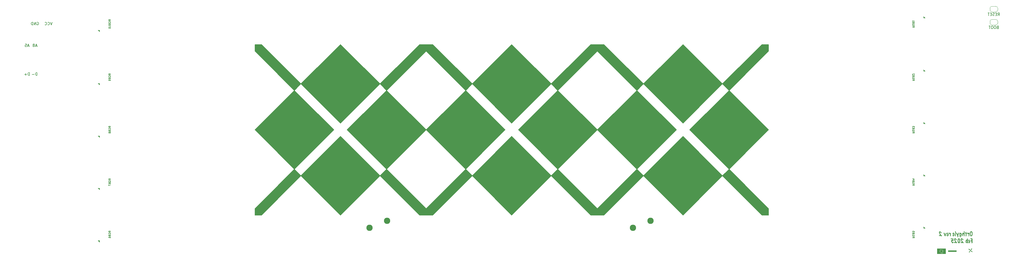
<source format=gbr>
%TF.GenerationSoftware,KiCad,Pcbnew,9.0.0*%
%TF.CreationDate,2025-03-15T16:45:42+01:00*%
%TF.ProjectId,orthgyle,6f727468-6779-46c6-952e-6b696361645f,1*%
%TF.SameCoordinates,Original*%
%TF.FileFunction,Legend,Bot*%
%TF.FilePolarity,Positive*%
%FSLAX46Y46*%
G04 Gerber Fmt 4.6, Leading zero omitted, Abs format (unit mm)*
G04 Created by KiCad (PCBNEW 9.0.0) date 2025-03-15 16:45:42*
%MOMM*%
%LPD*%
G01*
G04 APERTURE LIST*
%ADD10C,0.150000*%
%ADD11C,0.200000*%
%ADD12C,0.100000*%
%ADD13C,0.120000*%
%ADD14C,0.160000*%
%ADD15C,0.500000*%
%ADD16C,2.286000*%
G04 APERTURE END LIST*
D10*
X162997447Y-125373409D02*
X148709947Y-139660909D01*
X134422447Y-125373409D01*
X148709947Y-111085909D01*
X162997447Y-125373409D01*
G36*
X162997447Y-125373409D02*
G01*
X148709947Y-139660909D01*
X134422447Y-125373409D01*
X148709947Y-111085909D01*
X162997447Y-125373409D01*
G37*
X196334947Y-158710909D02*
X182047447Y-172998409D01*
X179666197Y-172998409D01*
X179666197Y-170617159D01*
X193953697Y-156329659D01*
X196334947Y-158710909D01*
G36*
X196334947Y-158710909D02*
G01*
X182047447Y-172998409D01*
X179666197Y-172998409D01*
X179666197Y-170617159D01*
X193953697Y-156329659D01*
X196334947Y-158710909D01*
G37*
X303491197Y-170617159D02*
X303491197Y-172998409D01*
X301109947Y-172998409D01*
X286822447Y-158710909D01*
X289203697Y-156329659D01*
X303491197Y-170617159D01*
G36*
X303491197Y-170617159D02*
G01*
X303491197Y-172998409D01*
X301109947Y-172998409D01*
X286822447Y-158710909D01*
X289203697Y-156329659D01*
X303491197Y-170617159D01*
G37*
X162997447Y-158710909D02*
X148709947Y-172998409D01*
X134422447Y-158710909D01*
X148709947Y-144423409D01*
X162997447Y-158710909D01*
G36*
X162997447Y-158710909D02*
G01*
X148709947Y-172998409D01*
X134422447Y-158710909D01*
X148709947Y-144423409D01*
X162997447Y-158710909D01*
G37*
X241578697Y-142042159D02*
X227291197Y-156329659D01*
X213003697Y-142042159D01*
X227291197Y-127754659D01*
X241578697Y-142042159D01*
G36*
X241578697Y-142042159D02*
G01*
X227291197Y-156329659D01*
X213003697Y-142042159D01*
X227291197Y-127754659D01*
X241578697Y-142042159D01*
G37*
X146328697Y-142042159D02*
X132041197Y-156329659D01*
X117753697Y-142042159D01*
X132041197Y-127754659D01*
X146328697Y-142042159D01*
G36*
X146328697Y-142042159D02*
G01*
X132041197Y-156329659D01*
X117753697Y-142042159D01*
X132041197Y-127754659D01*
X146328697Y-142042159D01*
G37*
X303491197Y-142042159D02*
X289203697Y-156329659D01*
X274916197Y-142042159D01*
X289203697Y-127754659D01*
X303491197Y-142042159D01*
G36*
X303491197Y-142042159D02*
G01*
X289203697Y-156329659D01*
X274916197Y-142042159D01*
X289203697Y-127754659D01*
X303491197Y-142042159D01*
G37*
X241578697Y-113467159D02*
X227291197Y-127754659D01*
X224909947Y-125373409D01*
X239197447Y-111085909D01*
X241578697Y-111085909D01*
X241578697Y-113467159D01*
G36*
X241578697Y-113467159D02*
G01*
X227291197Y-127754659D01*
X224909947Y-125373409D01*
X239197447Y-111085909D01*
X241578697Y-111085909D01*
X241578697Y-113467159D01*
G37*
X303491197Y-113467159D02*
X289203697Y-127754659D01*
X286822447Y-125373409D01*
X301109947Y-111085909D01*
X303491197Y-111085909D01*
X303491197Y-113467159D01*
G36*
X303491197Y-113467159D02*
G01*
X289203697Y-127754659D01*
X286822447Y-125373409D01*
X301109947Y-111085909D01*
X303491197Y-111085909D01*
X303491197Y-113467159D01*
G37*
X179666197Y-170617159D02*
X179666197Y-172998409D01*
X177284947Y-172998409D01*
X162997447Y-158710909D01*
X165378697Y-156329659D01*
X179666197Y-170617159D01*
G36*
X179666197Y-170617159D02*
G01*
X179666197Y-172998409D01*
X177284947Y-172998409D01*
X162997447Y-158710909D01*
X165378697Y-156329659D01*
X179666197Y-170617159D01*
G37*
X208241197Y-142042159D02*
X193953697Y-156329659D01*
X179666197Y-142042159D01*
X193953697Y-127754659D01*
X208241197Y-142042159D01*
G36*
X208241197Y-142042159D02*
G01*
X193953697Y-156329659D01*
X179666197Y-142042159D01*
X193953697Y-127754659D01*
X208241197Y-142042159D01*
G37*
X286822447Y-158710909D02*
X272534947Y-172998409D01*
X258247447Y-158710909D01*
X272534947Y-144423409D01*
X286822447Y-158710909D01*
G36*
X286822447Y-158710909D02*
G01*
X272534947Y-172998409D01*
X258247447Y-158710909D01*
X272534947Y-144423409D01*
X286822447Y-158710909D01*
G37*
X179666197Y-142042159D02*
X165378697Y-156329659D01*
X151091197Y-142042159D01*
X165378697Y-127754659D01*
X179666197Y-142042159D01*
G36*
X179666197Y-142042159D02*
G01*
X165378697Y-156329659D01*
X151091197Y-142042159D01*
X165378697Y-127754659D01*
X179666197Y-142042159D01*
G37*
X241578697Y-170617159D02*
X241578697Y-172998409D01*
X239197447Y-172998409D01*
X224909947Y-158710909D01*
X227291197Y-156329659D01*
X241578697Y-170617159D01*
G36*
X241578697Y-170617159D02*
G01*
X241578697Y-172998409D01*
X239197447Y-172998409D01*
X224909947Y-158710909D01*
X227291197Y-156329659D01*
X241578697Y-170617159D01*
G37*
X258247447Y-158710909D02*
X243959947Y-172998409D01*
X241578697Y-172998409D01*
X241578697Y-170617159D01*
X255866197Y-156329659D01*
X258247447Y-158710909D01*
G36*
X258247447Y-158710909D02*
G01*
X243959947Y-172998409D01*
X241578697Y-172998409D01*
X241578697Y-170617159D01*
X255866197Y-156329659D01*
X258247447Y-158710909D01*
G37*
X224909947Y-158710909D02*
X210622447Y-172998409D01*
X196334947Y-158710909D01*
X210622447Y-144423409D01*
X224909947Y-158710909D01*
G36*
X224909947Y-158710909D02*
G01*
X210622447Y-172998409D01*
X196334947Y-158710909D01*
X210622447Y-144423409D01*
X224909947Y-158710909D01*
G37*
X134422447Y-158710909D02*
X120134947Y-172998409D01*
X117753697Y-172998409D01*
X117753697Y-170617159D01*
X132041197Y-156329659D01*
X134422447Y-158710909D01*
G36*
X134422447Y-158710909D02*
G01*
X120134947Y-172998409D01*
X117753697Y-172998409D01*
X117753697Y-170617159D01*
X132041197Y-156329659D01*
X134422447Y-158710909D01*
G37*
X224909947Y-125373409D02*
X210622447Y-139660909D01*
X196334947Y-125373409D01*
X210622447Y-111085909D01*
X224909947Y-125373409D01*
G36*
X224909947Y-125373409D02*
G01*
X210622447Y-139660909D01*
X196334947Y-125373409D01*
X210622447Y-111085909D01*
X224909947Y-125373409D01*
G37*
X270153697Y-142042159D02*
X255866197Y-156329659D01*
X241578697Y-142042159D01*
X255866197Y-127754659D01*
X270153697Y-142042159D01*
G36*
X270153697Y-142042159D02*
G01*
X255866197Y-156329659D01*
X241578697Y-142042159D01*
X255866197Y-127754659D01*
X270153697Y-142042159D01*
G37*
X258247447Y-125373409D02*
X255866197Y-127754659D01*
X241578697Y-113467159D01*
X241578697Y-111085909D01*
X243959947Y-111085909D01*
X258247447Y-125373409D01*
G36*
X258247447Y-125373409D02*
G01*
X255866197Y-127754659D01*
X241578697Y-113467159D01*
X241578697Y-111085909D01*
X243959947Y-111085909D01*
X258247447Y-125373409D01*
G37*
X179666197Y-113467159D02*
X165378697Y-127754659D01*
X162997447Y-125373409D01*
X177284947Y-111085909D01*
X179666197Y-111085909D01*
X179666197Y-113467159D01*
G36*
X179666197Y-113467159D02*
G01*
X165378697Y-127754659D01*
X162997447Y-125373409D01*
X177284947Y-111085909D01*
X179666197Y-111085909D01*
X179666197Y-113467159D01*
G37*
X286822447Y-125373409D02*
X272534947Y-139660909D01*
X258247447Y-125373409D01*
X272534947Y-111085909D01*
X286822447Y-125373409D01*
G36*
X286822447Y-125373409D02*
G01*
X272534947Y-139660909D01*
X258247447Y-125373409D01*
X272534947Y-111085909D01*
X286822447Y-125373409D01*
G37*
X134422447Y-125373409D02*
X132041197Y-127754659D01*
X117753697Y-113467159D01*
X117753697Y-111085909D01*
X120134947Y-111085909D01*
X134422447Y-125373409D01*
G36*
X134422447Y-125373409D02*
G01*
X132041197Y-127754659D01*
X117753697Y-113467159D01*
X117753697Y-111085909D01*
X120134947Y-111085909D01*
X134422447Y-125373409D01*
G37*
X196334947Y-125373409D02*
X193953697Y-127754659D01*
X179666197Y-113467159D01*
X179666197Y-111085909D01*
X182047447Y-111085909D01*
X196334947Y-125373409D01*
G36*
X196334947Y-125373409D02*
G01*
X193953697Y-127754659D01*
X179666197Y-113467159D01*
X179666197Y-111085909D01*
X182047447Y-111085909D01*
X196334947Y-125373409D01*
G37*
X38933508Y-111598104D02*
X38457318Y-111598104D01*
X39028746Y-111883819D02*
X38695413Y-110883819D01*
X38695413Y-110883819D02*
X38362080Y-111883819D01*
X37885889Y-111312390D02*
X37981127Y-111264771D01*
X37981127Y-111264771D02*
X38028746Y-111217152D01*
X38028746Y-111217152D02*
X38076365Y-111121914D01*
X38076365Y-111121914D02*
X38076365Y-111074295D01*
X38076365Y-111074295D02*
X38028746Y-110979057D01*
X38028746Y-110979057D02*
X37981127Y-110931438D01*
X37981127Y-110931438D02*
X37885889Y-110883819D01*
X37885889Y-110883819D02*
X37695413Y-110883819D01*
X37695413Y-110883819D02*
X37600175Y-110931438D01*
X37600175Y-110931438D02*
X37552556Y-110979057D01*
X37552556Y-110979057D02*
X37504937Y-111074295D01*
X37504937Y-111074295D02*
X37504937Y-111121914D01*
X37504937Y-111121914D02*
X37552556Y-111217152D01*
X37552556Y-111217152D02*
X37600175Y-111264771D01*
X37600175Y-111264771D02*
X37695413Y-111312390D01*
X37695413Y-111312390D02*
X37885889Y-111312390D01*
X37885889Y-111312390D02*
X37981127Y-111360009D01*
X37981127Y-111360009D02*
X38028746Y-111407628D01*
X38028746Y-111407628D02*
X38076365Y-111502866D01*
X38076365Y-111502866D02*
X38076365Y-111693342D01*
X38076365Y-111693342D02*
X38028746Y-111788580D01*
X38028746Y-111788580D02*
X37981127Y-111836200D01*
X37981127Y-111836200D02*
X37885889Y-111883819D01*
X37885889Y-111883819D02*
X37695413Y-111883819D01*
X37695413Y-111883819D02*
X37600175Y-111836200D01*
X37600175Y-111836200D02*
X37552556Y-111788580D01*
X37552556Y-111788580D02*
X37504937Y-111693342D01*
X37504937Y-111693342D02*
X37504937Y-111502866D01*
X37504937Y-111502866D02*
X37552556Y-111407628D01*
X37552556Y-111407628D02*
X37600175Y-111360009D01*
X37600175Y-111360009D02*
X37695413Y-111312390D01*
X38981111Y-122297819D02*
X38981111Y-121297819D01*
X38981111Y-121297819D02*
X38743016Y-121297819D01*
X38743016Y-121297819D02*
X38600159Y-121345438D01*
X38600159Y-121345438D02*
X38504921Y-121440676D01*
X38504921Y-121440676D02*
X38457302Y-121535914D01*
X38457302Y-121535914D02*
X38409683Y-121726390D01*
X38409683Y-121726390D02*
X38409683Y-121869247D01*
X38409683Y-121869247D02*
X38457302Y-122059723D01*
X38457302Y-122059723D02*
X38504921Y-122154961D01*
X38504921Y-122154961D02*
X38600159Y-122250200D01*
X38600159Y-122250200D02*
X38743016Y-122297819D01*
X38743016Y-122297819D02*
X38981111Y-122297819D01*
X37981111Y-121916866D02*
X37219207Y-121916866D01*
D11*
G36*
X376996213Y-178874152D02*
G01*
X377029104Y-178902982D01*
X377072278Y-178962299D01*
X377109417Y-179033773D01*
X377140775Y-179109576D01*
X377166573Y-179182997D01*
X377177171Y-179216480D01*
X377200237Y-179299033D01*
X377218402Y-179379941D01*
X377231665Y-179459203D01*
X377240026Y-179536819D01*
X377243485Y-179612790D01*
X377242044Y-179687115D01*
X377238916Y-179740516D01*
X377230384Y-179842531D01*
X377218815Y-179938163D01*
X377204209Y-180027413D01*
X377186566Y-180110280D01*
X377165887Y-180186765D01*
X377129173Y-180289523D01*
X377085627Y-180377921D01*
X377035248Y-180451957D01*
X376978036Y-180511632D01*
X376913992Y-180556946D01*
X376843114Y-180587899D01*
X376765404Y-180604491D01*
X376741086Y-180607765D01*
X376666485Y-180617313D01*
X376642191Y-180618023D01*
X376567933Y-180604491D01*
X376536655Y-180590975D01*
X376475472Y-180539455D01*
X376430787Y-180479387D01*
X376394337Y-180415300D01*
X376358602Y-180338459D01*
X376330529Y-180267802D01*
X376323692Y-180249112D01*
X376298802Y-180174703D01*
X376277850Y-180100855D01*
X376260837Y-180027567D01*
X376247763Y-179954841D01*
X376236958Y-179864722D01*
X376232307Y-179775480D01*
X376232831Y-179744634D01*
X376515543Y-179744634D01*
X376515871Y-179769681D01*
X376520787Y-179845888D01*
X376531602Y-179923691D01*
X376548316Y-180003092D01*
X376570929Y-180084090D01*
X376599441Y-180166685D01*
X376609365Y-180192639D01*
X376643178Y-180270289D01*
X376680061Y-180333916D01*
X376744155Y-180381008D01*
X376783773Y-180362171D01*
X376828882Y-180297056D01*
X376861139Y-180223801D01*
X376889235Y-180142872D01*
X376906923Y-180083595D01*
X376925717Y-180010481D01*
X376940826Y-179938459D01*
X376954093Y-179853473D01*
X376962053Y-179770057D01*
X376964706Y-179688214D01*
X376961883Y-179613098D01*
X376953416Y-179532968D01*
X376941665Y-179460295D01*
X376925767Y-179383938D01*
X376905721Y-179303897D01*
X376882089Y-179225291D01*
X376854797Y-179149933D01*
X376814863Y-179087376D01*
X376748551Y-179070523D01*
X376681775Y-179092276D01*
X376631221Y-179149051D01*
X376598153Y-179217573D01*
X376574162Y-179293273D01*
X376557149Y-179367553D01*
X376543802Y-179445922D01*
X376533507Y-179523031D01*
X376524268Y-179609309D01*
X376517375Y-179688214D01*
X376515543Y-179744634D01*
X376232831Y-179744634D01*
X376233809Y-179687115D01*
X376236201Y-179644723D01*
X376242692Y-179563190D01*
X376251462Y-179485990D01*
X376268889Y-179378315D01*
X376291441Y-179280391D01*
X376319121Y-179192216D01*
X376351926Y-179113792D01*
X376389857Y-179045118D01*
X376448407Y-178968720D01*
X376516070Y-178909655D01*
X376592846Y-178867924D01*
X376641206Y-178859498D01*
X376664297Y-178860643D01*
X376739026Y-178871221D01*
X376754876Y-178873883D01*
X376830250Y-178882579D01*
X376891433Y-178871221D01*
X376950051Y-178859498D01*
X376996213Y-178874152D01*
G37*
G36*
X375286391Y-179492575D02*
G01*
X375338018Y-179544721D01*
X375366259Y-179553392D01*
X375438236Y-179577441D01*
X375473237Y-179601752D01*
X375815788Y-179996326D01*
X375815788Y-180315796D01*
X375799911Y-180388594D01*
X375789776Y-180409218D01*
X375763500Y-180478191D01*
X375763397Y-180481392D01*
X375778052Y-180538179D01*
X375827549Y-180595505D01*
X375902943Y-180617344D01*
X375922766Y-180618046D01*
X375997818Y-180602745D01*
X376042567Y-180569686D01*
X376071418Y-180501645D01*
X376071876Y-180489819D01*
X376067846Y-180435597D01*
X376063450Y-180374414D01*
X376063450Y-179588929D01*
X376080303Y-179543133D01*
X376097155Y-179498803D01*
X376088729Y-179469494D01*
X376026964Y-179430045D01*
X375952287Y-179419726D01*
X375918370Y-179418936D01*
X375844077Y-179427582D01*
X375792707Y-179471326D01*
X375786478Y-179507230D01*
X375803331Y-179543133D01*
X375819818Y-179568046D01*
X375815788Y-179643517D01*
X375635170Y-179452641D01*
X375584151Y-179396765D01*
X375569224Y-179381200D01*
X375505169Y-179343898D01*
X375488258Y-179341267D01*
X375413903Y-179347057D01*
X375350871Y-179372774D01*
X375295503Y-179425722D01*
X375284559Y-179471326D01*
X375286391Y-179492575D01*
G37*
G36*
X374557693Y-179626298D02*
G01*
X374610449Y-179612743D01*
X374665037Y-179598821D01*
X374694347Y-179605049D01*
X374772016Y-179644983D01*
X374772016Y-180361225D01*
X374747904Y-180434108D01*
X374729151Y-180464173D01*
X374696026Y-180529785D01*
X374694347Y-180564557D01*
X374738346Y-180626640D01*
X374756262Y-180637463D01*
X374826895Y-180661694D01*
X374866538Y-180664941D01*
X374940108Y-180651082D01*
X374997949Y-180604789D01*
X375019678Y-180566389D01*
X375030446Y-180493076D01*
X375033623Y-180417485D01*
X375034333Y-180380276D01*
X375035098Y-180303339D01*
X375034835Y-180225304D01*
X375033966Y-180145001D01*
X375032747Y-180067240D01*
X375032501Y-180053479D01*
X375031234Y-179979438D01*
X375029998Y-179902468D01*
X375028946Y-179829045D01*
X375028173Y-179754749D01*
X375028104Y-179735108D01*
X375070236Y-179763318D01*
X375128855Y-179787498D01*
X375187839Y-179775042D01*
X375258856Y-179746458D01*
X375320404Y-179704658D01*
X375334751Y-179672094D01*
X375328523Y-179644983D01*
X375273935Y-179607247D01*
X375201144Y-179592984D01*
X375200296Y-179592593D01*
X375132060Y-179560719D01*
X375062090Y-179523504D01*
X375024074Y-179502467D01*
X375024074Y-179320384D01*
X375035798Y-179264697D01*
X375047155Y-179213406D01*
X375036531Y-179177868D01*
X374985950Y-179123548D01*
X374917549Y-179096019D01*
X374889619Y-179093971D01*
X374813038Y-179107817D01*
X374753693Y-179153699D01*
X374738310Y-179177868D01*
X374721457Y-179232090D01*
X374746737Y-179284847D01*
X374772016Y-179335038D01*
X374772016Y-179437620D01*
X374707911Y-179397201D01*
X374688118Y-179380834D01*
X374626935Y-179351525D01*
X374603855Y-179355555D01*
X374534109Y-179386581D01*
X374484513Y-179446482D01*
X374471597Y-179515290D01*
X374492849Y-179586258D01*
X374495777Y-179590761D01*
X374557693Y-179626298D01*
G37*
G36*
X373516119Y-180397495D02*
G01*
X373503663Y-180464173D01*
X373543213Y-180529048D01*
X373555320Y-180536347D01*
X373625953Y-180561224D01*
X373665596Y-180564557D01*
X373739510Y-180547887D01*
X373781000Y-180497879D01*
X373791259Y-180451717D01*
X373767079Y-180393465D01*
X373742899Y-180334480D01*
X373729761Y-180257293D01*
X373722754Y-180181994D01*
X373719178Y-180106227D01*
X373717986Y-180021239D01*
X373718770Y-179937731D01*
X373721956Y-179848608D01*
X373729014Y-179764047D01*
X373743915Y-179689286D01*
X373768178Y-179657073D01*
X373833694Y-179700807D01*
X373879869Y-179761315D01*
X373890177Y-179776507D01*
X373932332Y-179844239D01*
X373970869Y-179915909D01*
X374005788Y-179991517D01*
X374033374Y-180060906D01*
X374037089Y-180071064D01*
X374060247Y-180141582D01*
X374080168Y-180219783D01*
X374092444Y-180293602D01*
X374097116Y-180372599D01*
X374095707Y-180409951D01*
X374102302Y-180434864D01*
X374085449Y-180488353D01*
X374068596Y-180543674D01*
X374083251Y-180583242D01*
X374132939Y-180639091D01*
X374196824Y-180664941D01*
X374265012Y-180632522D01*
X374310030Y-180572983D01*
X374326646Y-180488648D01*
X374332646Y-180408645D01*
X374336338Y-180326482D01*
X374339045Y-180228177D01*
X374340430Y-180143853D01*
X374341261Y-180050450D01*
X374341538Y-179947966D01*
X374341278Y-179869684D01*
X374340697Y-179788305D01*
X374339784Y-179690257D01*
X374338882Y-179605782D01*
X374337792Y-179511929D01*
X374336516Y-179408701D01*
X374335561Y-179334672D01*
X374334524Y-179256476D01*
X374333403Y-179174113D01*
X374332200Y-179087582D01*
X374330913Y-178996884D01*
X374333111Y-178958416D01*
X374335310Y-178917750D01*
X374322487Y-178880014D01*
X374258396Y-178838798D01*
X374223935Y-178836050D01*
X374148146Y-178848579D01*
X374101203Y-178871588D01*
X374056003Y-178931900D01*
X374057972Y-178955119D01*
X374078122Y-178984428D01*
X374095707Y-179017767D01*
X374095707Y-179690778D01*
X374055506Y-179612906D01*
X374009776Y-179547359D01*
X373958519Y-179494138D01*
X373889714Y-179446542D01*
X373812950Y-179416695D01*
X373742899Y-179405380D01*
X373669068Y-179420185D01*
X373611062Y-179467832D01*
X373566217Y-179537481D01*
X373541398Y-179594058D01*
X373517866Y-179664499D01*
X373499203Y-179740632D01*
X373485409Y-179822459D01*
X373476483Y-179909978D01*
X373472764Y-179987260D01*
X373472155Y-180035527D01*
X373473701Y-180109424D01*
X373479411Y-180192120D01*
X373489329Y-180271030D01*
X373503454Y-180346154D01*
X373516119Y-180397495D01*
G37*
G36*
X372760310Y-179398786D02*
G01*
X372782349Y-179439027D01*
X372772766Y-179511992D01*
X372796565Y-179488622D01*
X372850435Y-179438720D01*
X372901451Y-179412341D01*
X372974633Y-179405014D01*
X373003169Y-179407396D01*
X373073506Y-179429647D01*
X373135461Y-179475024D01*
X373182798Y-179533701D01*
X373218265Y-179598088D01*
X373227670Y-179619403D01*
X373255810Y-179698649D01*
X373274014Y-179772322D01*
X373286756Y-179851302D01*
X373294038Y-179935589D01*
X373295934Y-180009881D01*
X373293345Y-180096272D01*
X373285579Y-180177665D01*
X373272634Y-180254060D01*
X373250988Y-180336872D01*
X373222295Y-180412882D01*
X373196111Y-180464916D01*
X373149119Y-180529825D01*
X373088754Y-180575861D01*
X373012368Y-180593500D01*
X372983975Y-180591756D01*
X372910565Y-180568314D01*
X372850435Y-180522059D01*
X372822327Y-180485423D01*
X372780407Y-180421066D01*
X372741259Y-180356096D01*
X372740627Y-180366650D01*
X372736300Y-180444417D01*
X372732693Y-180524946D01*
X372731000Y-180601926D01*
X372731535Y-180633383D01*
X372741037Y-180715357D01*
X372791817Y-180774117D01*
X372799762Y-180772927D01*
X372859228Y-180728688D01*
X372863646Y-180723473D01*
X372924074Y-180679595D01*
X372934121Y-180677105D01*
X373007972Y-180668971D01*
X373066580Y-180672448D01*
X373138770Y-180696888D01*
X373163677Y-180767889D01*
X373160625Y-180779985D01*
X373117148Y-180839330D01*
X373107709Y-180844239D01*
X373037647Y-180868639D01*
X372971038Y-180912763D01*
X372899436Y-180942187D01*
X372822843Y-180956910D01*
X372741259Y-180956933D01*
X372679847Y-180945988D01*
X372608852Y-180908447D01*
X372563206Y-180845558D01*
X372541776Y-180774918D01*
X372529958Y-180700661D01*
X372523205Y-180623562D01*
X372519958Y-180549827D01*
X372518875Y-180467470D01*
X372518884Y-180459432D01*
X372519542Y-180383451D01*
X372520982Y-180299950D01*
X372522858Y-180215737D01*
X372524874Y-180136645D01*
X372527302Y-180049449D01*
X372528208Y-180023825D01*
X372530805Y-179949683D01*
X372531939Y-179916723D01*
X372797287Y-179916723D01*
X372798045Y-179991563D01*
X372799304Y-180006002D01*
X372811784Y-180078580D01*
X372834567Y-180151803D01*
X372867654Y-180225670D01*
X372871441Y-180232973D01*
X372911206Y-180298004D01*
X372974633Y-180344372D01*
X373031104Y-180296716D01*
X373056332Y-180222373D01*
X373068996Y-180148817D01*
X373075254Y-180069201D01*
X373075383Y-179991563D01*
X373075098Y-179983973D01*
X373068586Y-179909369D01*
X373055420Y-179837127D01*
X373033251Y-179760387D01*
X373030628Y-179752904D01*
X372997200Y-179681635D01*
X372936897Y-179638754D01*
X372916448Y-179641724D01*
X372859307Y-179691137D01*
X372827354Y-179760387D01*
X372806866Y-179837127D01*
X372797287Y-179916723D01*
X372531939Y-179916723D01*
X372533988Y-179857199D01*
X372536850Y-179771997D01*
X372539392Y-179694075D01*
X372542118Y-179606914D01*
X372544344Y-179531129D01*
X372546353Y-179455206D01*
X372548965Y-179449045D01*
X372602773Y-179398786D01*
X372619272Y-179390817D01*
X372691067Y-179375339D01*
X372760310Y-179398786D01*
G37*
G36*
X371373621Y-179526647D02*
G01*
X371385751Y-179599223D01*
X371394870Y-179617139D01*
X371433121Y-179681319D01*
X371445062Y-179703601D01*
X371475006Y-179775579D01*
X371509655Y-179860079D01*
X371540762Y-179936694D01*
X371574879Y-180021325D01*
X371602444Y-180090057D01*
X371631701Y-180163296D01*
X371662653Y-180241044D01*
X371695299Y-180323300D01*
X371718003Y-180380642D01*
X371747374Y-180462752D01*
X371772288Y-180541745D01*
X371792746Y-180617621D01*
X371808747Y-180690380D01*
X371821783Y-180771326D01*
X371823150Y-180782544D01*
X371825348Y-180856183D01*
X371840002Y-180925426D01*
X371902106Y-180965427D01*
X371940753Y-180969756D01*
X372018754Y-180957030D01*
X372079802Y-180910017D01*
X372096091Y-180879264D01*
X372104517Y-180839330D01*
X372087665Y-180792069D01*
X372066782Y-180748838D01*
X372016224Y-180485789D01*
X372318841Y-179615307D01*
X372350850Y-179548960D01*
X372352546Y-179545698D01*
X372371231Y-179480485D01*
X372367201Y-179451176D01*
X372320856Y-179394298D01*
X372246242Y-179376005D01*
X372224319Y-179375339D01*
X372149267Y-179383337D01*
X372104517Y-179400618D01*
X372056203Y-179458892D01*
X372043701Y-179511992D01*
X372037176Y-179588023D01*
X372029046Y-179657439D01*
X371890194Y-180094878D01*
X371676238Y-179542401D01*
X371661171Y-179468870D01*
X371657187Y-179448245D01*
X371623184Y-179382238D01*
X371613223Y-179375339D01*
X371564863Y-179375339D01*
X371492643Y-179391354D01*
X371443230Y-179420768D01*
X371391092Y-179476448D01*
X371373621Y-179526647D01*
G37*
G36*
X370908338Y-180584707D02*
G01*
X370958557Y-180639554D01*
X371029677Y-180662982D01*
X371063310Y-180664941D01*
X371138342Y-180653090D01*
X371199071Y-180609963D01*
X371210589Y-180593133D01*
X371223045Y-180546971D01*
X371208390Y-180477362D01*
X371193865Y-180403551D01*
X371193736Y-180397495D01*
X371202162Y-179036452D01*
X371202162Y-178959715D01*
X371202162Y-178922879D01*
X371143544Y-178877449D01*
X371071619Y-178861619D01*
X371031803Y-178859498D01*
X370958214Y-178868493D01*
X370922993Y-178891371D01*
X370899912Y-178956584D01*
X370915728Y-179030185D01*
X370916765Y-179033521D01*
X370932671Y-179107380D01*
X370933251Y-179120715D01*
X370933251Y-180384672D01*
X370918808Y-180458328D01*
X370915665Y-180467837D01*
X370897784Y-180539578D01*
X370897714Y-180542575D01*
X370908338Y-180584707D01*
G37*
G36*
X370415067Y-179391168D02*
G01*
X370481407Y-179425687D01*
X370541121Y-179477491D01*
X370587030Y-179535653D01*
X370628069Y-179606514D01*
X370644569Y-179642082D01*
X370672699Y-179716426D01*
X370694337Y-179795045D01*
X370709484Y-179877941D01*
X370718139Y-179965113D01*
X370720393Y-180041022D01*
X370717508Y-180124377D01*
X370708853Y-180202709D01*
X370694427Y-180276018D01*
X370670304Y-180355196D01*
X370638328Y-180427537D01*
X370632629Y-180438006D01*
X370589052Y-180502573D01*
X370531349Y-180557688D01*
X370465221Y-180592881D01*
X370390665Y-180608154D01*
X370340952Y-180607687D01*
X370266823Y-180594713D01*
X370190997Y-180570419D01*
X370141135Y-180550175D01*
X370075592Y-180509236D01*
X370037116Y-180470297D01*
X369992168Y-180411090D01*
X369962386Y-180339243D01*
X369961921Y-180303571D01*
X369999022Y-180237394D01*
X370025838Y-180213485D01*
X370096475Y-180187934D01*
X370126150Y-180194529D01*
X370128345Y-180195721D01*
X370170114Y-180256445D01*
X370186967Y-180303706D01*
X370194317Y-180314774D01*
X370249982Y-180364522D01*
X370280195Y-180382763D01*
X370352930Y-180402258D01*
X370376721Y-180398983D01*
X370432431Y-180349867D01*
X370446706Y-180313288D01*
X370468335Y-180240691D01*
X370442389Y-180231060D01*
X370368088Y-180197048D01*
X370299094Y-180155360D01*
X370235407Y-180105995D01*
X370177026Y-180048954D01*
X370123952Y-179984236D01*
X370116346Y-179973910D01*
X370070555Y-179902995D01*
X370037807Y-179834463D01*
X370016351Y-179759061D01*
X370013293Y-179693343D01*
X370218474Y-179693343D01*
X370230272Y-179764715D01*
X370261816Y-179836295D01*
X370302372Y-179899239D01*
X370312917Y-179913337D01*
X370361826Y-179968667D01*
X370418956Y-180014577D01*
X370485187Y-180046152D01*
X370485886Y-180036439D01*
X370485732Y-179958426D01*
X370475365Y-179879864D01*
X370454785Y-179800752D01*
X370428401Y-179731078D01*
X370411251Y-179696565D01*
X370363741Y-179637601D01*
X370291747Y-179611277D01*
X370247096Y-179622818D01*
X370218474Y-179693343D01*
X370013293Y-179693343D01*
X370012577Y-179677955D01*
X370019291Y-179623874D01*
X370039253Y-179545561D01*
X370077683Y-179471088D01*
X370131903Y-179417894D01*
X370201915Y-179385977D01*
X370287717Y-179375339D01*
X370352930Y-179375339D01*
X370415067Y-179391168D01*
G37*
G36*
X368574598Y-179492575D02*
G01*
X368626225Y-179544721D01*
X368654465Y-179553392D01*
X368726442Y-179577441D01*
X368761444Y-179601752D01*
X369103994Y-179996326D01*
X369103994Y-180315796D01*
X369088118Y-180388594D01*
X369077982Y-180409218D01*
X369051707Y-180478191D01*
X369051604Y-180481392D01*
X369066259Y-180538179D01*
X369115755Y-180595505D01*
X369191149Y-180617344D01*
X369210972Y-180618046D01*
X369286024Y-180602745D01*
X369330774Y-180569686D01*
X369359625Y-180501645D01*
X369360083Y-180489819D01*
X369356053Y-180435597D01*
X369351656Y-180374414D01*
X369351656Y-179588929D01*
X369368509Y-179543133D01*
X369385362Y-179498803D01*
X369376935Y-179469494D01*
X369315171Y-179430045D01*
X369240493Y-179419726D01*
X369206576Y-179418936D01*
X369132284Y-179427582D01*
X369080913Y-179471326D01*
X369074685Y-179507230D01*
X369091538Y-179543133D01*
X369108024Y-179568046D01*
X369103994Y-179643517D01*
X368923377Y-179452641D01*
X368872357Y-179396765D01*
X368857431Y-179381200D01*
X368793376Y-179343898D01*
X368776464Y-179341267D01*
X368702109Y-179347057D01*
X368639078Y-179372774D01*
X368583710Y-179425722D01*
X368572766Y-179471326D01*
X368574598Y-179492575D01*
G37*
G36*
X368268173Y-179391168D02*
G01*
X368334513Y-179425687D01*
X368394226Y-179477491D01*
X368440135Y-179535653D01*
X368481175Y-179606514D01*
X368497674Y-179642082D01*
X368525804Y-179716426D01*
X368547442Y-179795045D01*
X368562589Y-179877941D01*
X368571245Y-179965113D01*
X368573499Y-180041022D01*
X368570614Y-180124377D01*
X368561958Y-180202709D01*
X368547533Y-180276018D01*
X368523410Y-180355196D01*
X368491433Y-180427537D01*
X368485734Y-180438006D01*
X368442157Y-180502573D01*
X368384455Y-180557688D01*
X368318326Y-180592881D01*
X368243771Y-180608154D01*
X368194057Y-180607687D01*
X368119929Y-180594713D01*
X368044102Y-180570419D01*
X367994241Y-180550175D01*
X367928698Y-180509236D01*
X367890222Y-180470297D01*
X367845274Y-180411090D01*
X367815491Y-180339243D01*
X367815027Y-180303571D01*
X367852127Y-180237394D01*
X367878944Y-180213485D01*
X367949580Y-180187934D01*
X367979256Y-180194529D01*
X367981450Y-180195721D01*
X368023220Y-180256445D01*
X368040072Y-180303706D01*
X368047422Y-180314774D01*
X368103087Y-180364522D01*
X368133300Y-180382763D01*
X368206035Y-180402258D01*
X368229826Y-180398983D01*
X368285536Y-180349867D01*
X368299812Y-180313288D01*
X368321440Y-180240691D01*
X368295494Y-180231060D01*
X368221194Y-180197048D01*
X368152200Y-180155360D01*
X368088512Y-180105995D01*
X368030132Y-180048954D01*
X367977058Y-179984236D01*
X367969451Y-179973910D01*
X367923660Y-179902995D01*
X367890912Y-179834463D01*
X367869457Y-179759061D01*
X367866399Y-179693343D01*
X368071580Y-179693343D01*
X368083378Y-179764715D01*
X368114921Y-179836295D01*
X368155477Y-179899239D01*
X368166023Y-179913337D01*
X368214931Y-179968667D01*
X368272061Y-180014577D01*
X368338293Y-180046152D01*
X368338992Y-180036439D01*
X368338837Y-179958426D01*
X368328470Y-179879864D01*
X368307891Y-179800752D01*
X368281506Y-179731078D01*
X368264356Y-179696565D01*
X368216846Y-179637601D01*
X368144852Y-179611277D01*
X368100202Y-179622818D01*
X368071580Y-179693343D01*
X367866399Y-179693343D01*
X367865683Y-179677955D01*
X367872397Y-179623874D01*
X367892359Y-179545561D01*
X367930788Y-179471088D01*
X367985009Y-179417894D01*
X368055020Y-179385977D01*
X368140822Y-179375339D01*
X368206035Y-179375339D01*
X368268173Y-179391168D01*
G37*
G36*
X366800296Y-179440918D02*
G01*
X366785641Y-179497338D01*
X366804189Y-179568690D01*
X366821545Y-179602484D01*
X366859423Y-179667775D01*
X366880163Y-179709463D01*
X366910302Y-179795610D01*
X366936268Y-179869384D01*
X366963883Y-179947474D01*
X366993146Y-180029880D01*
X367024058Y-180116603D01*
X367056619Y-180207641D01*
X367082121Y-180278753D01*
X367108551Y-180352292D01*
X367117567Y-180377345D01*
X367134005Y-180449102D01*
X367157323Y-180519569D01*
X367186810Y-180574815D01*
X367242328Y-180628220D01*
X367317201Y-180648666D01*
X367342148Y-180648454D01*
X367415969Y-180637565D01*
X367474406Y-180608521D01*
X367499586Y-180537294D01*
X367499685Y-180530851D01*
X367499685Y-180507770D01*
X367499685Y-180486521D01*
X367505913Y-180423507D01*
X367720236Y-179654874D01*
X367760741Y-179590143D01*
X367774825Y-179573175D01*
X367807792Y-179505492D01*
X367806332Y-179491110D01*
X367767513Y-179427998D01*
X367694672Y-179401040D01*
X367657222Y-179398786D01*
X367606663Y-179403182D01*
X367545647Y-179451353D01*
X367505255Y-179523252D01*
X367475111Y-179598064D01*
X367450090Y-179674082D01*
X367445097Y-179690778D01*
X367424673Y-179770074D01*
X367404160Y-179849281D01*
X367383557Y-179928398D01*
X367362865Y-180007426D01*
X367342084Y-180086364D01*
X367321213Y-180165213D01*
X367312839Y-180196727D01*
X367094486Y-179524815D01*
X367067009Y-179455572D01*
X367015679Y-179400239D01*
X367013520Y-179398786D01*
X366943832Y-179375911D01*
X366928523Y-179375339D01*
X366852177Y-179389748D01*
X366800296Y-179440918D01*
G37*
G36*
X365113921Y-180312865D02*
G01*
X365082322Y-180380871D01*
X365080215Y-180402990D01*
X365106565Y-180475088D01*
X365141398Y-180506305D01*
X365210512Y-180540076D01*
X365265229Y-180548071D01*
X365338960Y-180538534D01*
X365353157Y-180535614D01*
X365422400Y-180524990D01*
X365499068Y-180524911D01*
X365576931Y-180533347D01*
X365657577Y-180547269D01*
X365701935Y-180556497D01*
X365781714Y-180573632D01*
X365855580Y-180589357D01*
X365929860Y-180604788D01*
X365951796Y-180608887D01*
X366027061Y-180602334D01*
X366088083Y-180581776D01*
X366153119Y-180542837D01*
X366184804Y-180481026D01*
X366146576Y-180414949D01*
X366134245Y-180407387D01*
X366073312Y-180364996D01*
X366058774Y-180346570D01*
X366000346Y-180281569D01*
X365949079Y-180220869D01*
X365895467Y-180154229D01*
X365839513Y-180081650D01*
X365793062Y-180019311D01*
X365745111Y-179953171D01*
X365708164Y-179901071D01*
X365653755Y-179821630D01*
X365604699Y-179746245D01*
X365560994Y-179674918D01*
X365522640Y-179607648D01*
X365479827Y-179524266D01*
X365446528Y-179448096D01*
X365418283Y-179363027D01*
X365404904Y-179289229D01*
X365403715Y-179262865D01*
X365417625Y-179188508D01*
X365447679Y-179145262D01*
X365458303Y-179143064D01*
X365528410Y-179177460D01*
X365586164Y-179222931D01*
X365643806Y-179273661D01*
X365689113Y-179321483D01*
X365724736Y-179388001D01*
X365729046Y-179403549D01*
X365768660Y-179466631D01*
X365794259Y-179481218D01*
X365829797Y-179487446D01*
X365902079Y-179472145D01*
X365960222Y-179439086D01*
X366014667Y-179385172D01*
X366041922Y-179317453D01*
X366008331Y-179248141D01*
X365979273Y-179216703D01*
X365922446Y-179165438D01*
X365861507Y-179121188D01*
X365831995Y-179103130D01*
X365773760Y-179046578D01*
X365717758Y-178997640D01*
X365650895Y-178947174D01*
X365587520Y-178908603D01*
X365516074Y-178878022D01*
X365439070Y-178863995D01*
X365428628Y-178863894D01*
X365339759Y-178873327D01*
X365265953Y-178897733D01*
X365197269Y-178946784D01*
X365150274Y-179017396D01*
X365127680Y-179092710D01*
X365120149Y-179182997D01*
X365124711Y-179263494D01*
X365138396Y-179348820D01*
X365155912Y-179420559D01*
X365179268Y-179495389D01*
X365208463Y-179573310D01*
X365243496Y-179654322D01*
X365284369Y-179738426D01*
X365306995Y-179781636D01*
X365351714Y-179862403D01*
X365397762Y-179938921D01*
X365445137Y-180011192D01*
X365493841Y-180079216D01*
X365543872Y-180142992D01*
X365595232Y-180202520D01*
X365647920Y-180257801D01*
X365701935Y-180308835D01*
X365625858Y-180295405D01*
X365552072Y-180281005D01*
X365471580Y-180264810D01*
X365392343Y-180248599D01*
X365357553Y-180241424D01*
X365283326Y-180226559D01*
X365265229Y-180222373D01*
X365190015Y-180242256D01*
X365130951Y-180291656D01*
X365113921Y-180312865D01*
G37*
G36*
X376437508Y-181545461D02*
G01*
X376453533Y-181617975D01*
X376514280Y-181659832D01*
X376519573Y-181661232D01*
X376595923Y-181667906D01*
X376677110Y-181673688D01*
X376693963Y-181675886D01*
X376760610Y-181707111D01*
X376827743Y-181737166D01*
X376883007Y-181759784D01*
X376890181Y-181834295D01*
X376894393Y-181917692D01*
X376895639Y-181993980D01*
X376894829Y-182076438D01*
X376891961Y-182165069D01*
X376888186Y-182240417D01*
X376887037Y-182259871D01*
X376823391Y-182216578D01*
X376803139Y-182203085D01*
X376746668Y-182153253D01*
X376719242Y-182146298D01*
X376645075Y-182167823D01*
X376583686Y-182210859D01*
X376579291Y-182214808D01*
X376531205Y-182272170D01*
X376509017Y-182345217D01*
X376508949Y-182349630D01*
X376521771Y-182400921D01*
X376581886Y-182444168D01*
X376637176Y-182452212D01*
X376711120Y-182459956D01*
X376777860Y-182486284D01*
X376833547Y-182523653D01*
X376883007Y-182576043D01*
X376889326Y-182654880D01*
X376891400Y-182735696D01*
X376890610Y-182813758D01*
X376887450Y-182899933D01*
X376883007Y-182977945D01*
X376872382Y-183031068D01*
X376898343Y-183101833D01*
X376946021Y-183138046D01*
X377010868Y-183138046D01*
X377083344Y-183125411D01*
X377135065Y-183098112D01*
X377187567Y-183046937D01*
X377210536Y-182991134D01*
X377201011Y-182946804D01*
X377172801Y-182919693D01*
X377174261Y-182807030D01*
X377175526Y-182698111D01*
X377176596Y-182592936D01*
X377177472Y-182491505D01*
X377178153Y-182393817D01*
X377178640Y-182299873D01*
X377178932Y-182209673D01*
X377179029Y-182123217D01*
X377178932Y-182040505D01*
X377178640Y-181961536D01*
X377178153Y-181886311D01*
X377177058Y-181780493D01*
X377175526Y-181683099D01*
X377173555Y-181594128D01*
X377172801Y-181566343D01*
X377174633Y-181528608D01*
X377152805Y-181457920D01*
X377087322Y-181423270D01*
X377042375Y-181419431D01*
X376992183Y-181423461D01*
X376929169Y-181440314D01*
X376899859Y-181469990D01*
X376827588Y-181444773D01*
X376765404Y-181423461D01*
X376720341Y-181395251D01*
X376646674Y-181379513D01*
X376643404Y-181379498D01*
X376571624Y-181396190D01*
X376511147Y-181432254D01*
X376457017Y-181486751D01*
X376437508Y-181545461D01*
G37*
G36*
X376064404Y-181911168D02*
G01*
X376130745Y-181945687D01*
X376190458Y-181997491D01*
X376236367Y-182055653D01*
X376277407Y-182126514D01*
X376293906Y-182162082D01*
X376322036Y-182236426D01*
X376343674Y-182315045D01*
X376358821Y-182397941D01*
X376367476Y-182485113D01*
X376369730Y-182561022D01*
X376366845Y-182644377D01*
X376358190Y-182722709D01*
X376343764Y-182796018D01*
X376319641Y-182875196D01*
X376287665Y-182947537D01*
X376281966Y-182958006D01*
X376238389Y-183022573D01*
X376180686Y-183077688D01*
X376114558Y-183112881D01*
X376040002Y-183128154D01*
X375990289Y-183127687D01*
X375916160Y-183114713D01*
X375840334Y-183090419D01*
X375790472Y-183070175D01*
X375724929Y-183029236D01*
X375686453Y-182990297D01*
X375641505Y-182931090D01*
X375611723Y-182859243D01*
X375611258Y-182823571D01*
X375648359Y-182757394D01*
X375675175Y-182733485D01*
X375745812Y-182707934D01*
X375775487Y-182714529D01*
X375777682Y-182715721D01*
X375819451Y-182776445D01*
X375836304Y-182823706D01*
X375843654Y-182834774D01*
X375899319Y-182884522D01*
X375929532Y-182902763D01*
X376002267Y-182922258D01*
X376026058Y-182918983D01*
X376081768Y-182869867D01*
X376096043Y-182833288D01*
X376117672Y-182760691D01*
X376091726Y-182751060D01*
X376017425Y-182717048D01*
X375948431Y-182675360D01*
X375884744Y-182625995D01*
X375826363Y-182568954D01*
X375773289Y-182504236D01*
X375765683Y-182493910D01*
X375719892Y-182422995D01*
X375687144Y-182354463D01*
X375665688Y-182279061D01*
X375662631Y-182213343D01*
X375867811Y-182213343D01*
X375879609Y-182284715D01*
X375911153Y-182356295D01*
X375951709Y-182419239D01*
X375962255Y-182433337D01*
X376011163Y-182488667D01*
X376068293Y-182534577D01*
X376134524Y-182566152D01*
X376135223Y-182556439D01*
X376135069Y-182478426D01*
X376124702Y-182399864D01*
X376104122Y-182320752D01*
X376077738Y-182251078D01*
X376060588Y-182216565D01*
X376013078Y-182157601D01*
X375941084Y-182131277D01*
X375896433Y-182142818D01*
X375867811Y-182213343D01*
X375662631Y-182213343D01*
X375661915Y-182197955D01*
X375668628Y-182143874D01*
X375688590Y-182065561D01*
X375727020Y-181991088D01*
X375781241Y-181937894D01*
X375851252Y-181905977D01*
X375937054Y-181895339D01*
X376002267Y-181895339D01*
X376064404Y-181911168D01*
G37*
G36*
X375374584Y-181473361D02*
G01*
X375449116Y-181490031D01*
X375498516Y-181549491D01*
X375506942Y-181598217D01*
X375493387Y-181660865D01*
X375479465Y-181727544D01*
X375479465Y-182934714D01*
X375496318Y-182991134D01*
X375513171Y-183044990D01*
X375504744Y-183080893D01*
X375494286Y-183097358D01*
X375426440Y-183131293D01*
X375349406Y-183138046D01*
X375307591Y-183135351D01*
X375240229Y-183103974D01*
X375229605Y-183074299D01*
X375240229Y-183027770D01*
X375252686Y-182979044D01*
X375227985Y-183011072D01*
X375168598Y-183067522D01*
X375103937Y-183102353D01*
X375025906Y-183115698D01*
X374994039Y-183113956D01*
X374917183Y-183092277D01*
X374852141Y-183045824D01*
X374804923Y-182984853D01*
X374771649Y-182917495D01*
X374767908Y-182907880D01*
X374745042Y-182835590D01*
X374727997Y-182754568D01*
X374718019Y-182678173D01*
X374712627Y-182599857D01*
X374985972Y-182599857D01*
X374985972Y-182602972D01*
X374985972Y-182677526D01*
X374986877Y-182719953D01*
X374996026Y-182802720D01*
X375022266Y-182875749D01*
X375088921Y-182914930D01*
X375106760Y-182910126D01*
X375151433Y-182850340D01*
X375177215Y-182778276D01*
X375181784Y-182762514D01*
X375200210Y-182683445D01*
X375211265Y-182603947D01*
X375214950Y-182524020D01*
X375214909Y-182517964D01*
X375207997Y-182440109D01*
X375193185Y-182367909D01*
X375172818Y-182297240D01*
X375170208Y-182288720D01*
X375141443Y-182212850D01*
X375088921Y-182158754D01*
X375082950Y-182159255D01*
X375033653Y-182213977D01*
X375011252Y-182286982D01*
X375009832Y-182293558D01*
X374997187Y-182369431D01*
X374990425Y-182444042D01*
X374988171Y-182524020D01*
X374988169Y-182525491D01*
X374985972Y-182599857D01*
X374712627Y-182599857D01*
X374712318Y-182595363D01*
X374710833Y-182521455D01*
X374711202Y-182493584D01*
X374716741Y-182411843D01*
X374728925Y-182332911D01*
X374747756Y-182256785D01*
X374773232Y-182183468D01*
X374805355Y-182112959D01*
X374825492Y-182077210D01*
X374868296Y-182016262D01*
X374922500Y-181962933D01*
X374990071Y-181925426D01*
X375063642Y-181912924D01*
X375069027Y-181913059D01*
X375139817Y-181939431D01*
X375195258Y-181990822D01*
X375240229Y-182051410D01*
X375240229Y-181778102D01*
X375238932Y-181762444D01*
X375213118Y-181691640D01*
X375208208Y-181681905D01*
X375185641Y-181611040D01*
X375196266Y-181568542D01*
X375223491Y-181526868D01*
X375290100Y-181484543D01*
X375368090Y-181473287D01*
X375374584Y-181473361D01*
G37*
G36*
X372974633Y-182832865D02*
G01*
X372943034Y-182900871D01*
X372940927Y-182922990D01*
X372967276Y-182995088D01*
X373002110Y-183026305D01*
X373071224Y-183060076D01*
X373125941Y-183068071D01*
X373199672Y-183058534D01*
X373213868Y-183055614D01*
X373283111Y-183044990D01*
X373359780Y-183044911D01*
X373437643Y-183053347D01*
X373518289Y-183067269D01*
X373562647Y-183076497D01*
X373642426Y-183093632D01*
X373716292Y-183109357D01*
X373790572Y-183124788D01*
X373812508Y-183128887D01*
X373887773Y-183122334D01*
X373948795Y-183101776D01*
X374013831Y-183062837D01*
X374045515Y-183001026D01*
X374007288Y-182934949D01*
X373994957Y-182927387D01*
X373934024Y-182884996D01*
X373919486Y-182866570D01*
X373861058Y-182801569D01*
X373809790Y-182740869D01*
X373756179Y-182674229D01*
X373700225Y-182601650D01*
X373653774Y-182539311D01*
X373605823Y-182473171D01*
X373568875Y-182421071D01*
X373514467Y-182341630D01*
X373465410Y-182266245D01*
X373421705Y-182194918D01*
X373383352Y-182127648D01*
X373340539Y-182044266D01*
X373307240Y-181968096D01*
X373278995Y-181883027D01*
X373265616Y-181809229D01*
X373264427Y-181782865D01*
X373278337Y-181708508D01*
X373308390Y-181665262D01*
X373319015Y-181663064D01*
X373389122Y-181697460D01*
X373446876Y-181742931D01*
X373504517Y-181793661D01*
X373549825Y-181841483D01*
X373585448Y-181908001D01*
X373589758Y-181923549D01*
X373629372Y-181986631D01*
X373654971Y-182001218D01*
X373690508Y-182007446D01*
X373762791Y-181992145D01*
X373820934Y-181959086D01*
X373875379Y-181905172D01*
X373902633Y-181837453D01*
X373869042Y-181768141D01*
X373839985Y-181736703D01*
X373783158Y-181685438D01*
X373722219Y-181641188D01*
X373692707Y-181623130D01*
X373634472Y-181566578D01*
X373578470Y-181517640D01*
X373511606Y-181467174D01*
X373448231Y-181428603D01*
X373376786Y-181398022D01*
X373299782Y-181383995D01*
X373289340Y-181383894D01*
X373200471Y-181393327D01*
X373126665Y-181417733D01*
X373057980Y-181466784D01*
X373010986Y-181537396D01*
X372988392Y-181612710D01*
X372980861Y-181702997D01*
X372985422Y-181783494D01*
X372999107Y-181868820D01*
X373016624Y-181940559D01*
X373039980Y-182015389D01*
X373069175Y-182093310D01*
X373104208Y-182174322D01*
X373145081Y-182258426D01*
X373167707Y-182301636D01*
X373212426Y-182382403D01*
X373258473Y-182458921D01*
X373305849Y-182531192D01*
X373354552Y-182599216D01*
X373404584Y-182662992D01*
X373455944Y-182722520D01*
X373508631Y-182777801D01*
X373562647Y-182828835D01*
X373486569Y-182815405D01*
X373412784Y-182801005D01*
X373332292Y-182784810D01*
X373253055Y-182768599D01*
X373218265Y-182761424D01*
X373144037Y-182746559D01*
X373125941Y-182742373D01*
X373050727Y-182762256D01*
X372991663Y-182811656D01*
X372974633Y-182832865D01*
G37*
G36*
X372343627Y-181384684D02*
G01*
X372414500Y-181405753D01*
X372479826Y-181443030D01*
X372539607Y-181496515D01*
X372593843Y-181566206D01*
X372633238Y-181633628D01*
X372669085Y-181711424D01*
X372681817Y-181743327D01*
X372710055Y-181824151D01*
X372733159Y-181906495D01*
X372751128Y-181990360D01*
X372763963Y-182075746D01*
X372771664Y-182162652D01*
X372774231Y-182251078D01*
X372774145Y-182273776D01*
X372772076Y-182361950D01*
X372767247Y-182445933D01*
X372759659Y-182525726D01*
X372749313Y-182601329D01*
X372732499Y-182689940D01*
X372711374Y-182772003D01*
X372685938Y-182847519D01*
X372678593Y-182865877D01*
X372646591Y-182933692D01*
X372600679Y-183005822D01*
X372548202Y-183063909D01*
X372476564Y-183115076D01*
X372395471Y-183146023D01*
X372320672Y-183156364D01*
X372305421Y-183156696D01*
X372218661Y-183145688D01*
X372140042Y-183112397D01*
X372080744Y-183067634D01*
X372027099Y-183007397D01*
X371979106Y-182931686D01*
X371944783Y-182859976D01*
X371932316Y-182828317D01*
X371904669Y-182745437D01*
X371882049Y-182657227D01*
X371867571Y-182582821D01*
X371856311Y-182505003D01*
X371848269Y-182423773D01*
X371843443Y-182339132D01*
X371842435Y-182283988D01*
X372144049Y-182283988D01*
X372146810Y-182358331D01*
X372153872Y-182434014D01*
X372165237Y-182511037D01*
X372180903Y-182589398D01*
X372200871Y-182669100D01*
X372204537Y-182682669D01*
X372230318Y-182765591D01*
X372263774Y-182841190D01*
X372320306Y-182889651D01*
X372345474Y-182881897D01*
X372391017Y-182819867D01*
X372417830Y-182744053D01*
X372436077Y-182669100D01*
X372441110Y-182644359D01*
X372453960Y-182569449D01*
X372463436Y-182493508D01*
X372469537Y-182416537D01*
X372472263Y-182338536D01*
X372471614Y-182259505D01*
X372469943Y-182210881D01*
X372463822Y-182126727D01*
X372453634Y-182043765D01*
X372439379Y-181961995D01*
X372421056Y-181881417D01*
X372397732Y-181802902D01*
X372366560Y-181730291D01*
X372307850Y-181679916D01*
X372276154Y-181684836D01*
X372218640Y-181730291D01*
X372184076Y-181802902D01*
X372164968Y-181881417D01*
X372157582Y-181936199D01*
X372151073Y-182017955D01*
X372147544Y-182092676D01*
X372145174Y-182178887D01*
X372144085Y-182259505D01*
X372144049Y-182283988D01*
X371842435Y-182283988D01*
X371841834Y-182251078D01*
X371841931Y-182230309D01*
X371844240Y-182149033D01*
X371849630Y-182070642D01*
X371858099Y-181995137D01*
X371869648Y-181922517D01*
X371888416Y-181835799D01*
X371911995Y-181753588D01*
X371940386Y-181675886D01*
X371971945Y-181606420D01*
X372015918Y-181532612D01*
X372064917Y-181473277D01*
X372130352Y-181421177D01*
X372203025Y-181389918D01*
X372282937Y-181379498D01*
X372343627Y-181384684D01*
G37*
G36*
X370583007Y-182832865D02*
G01*
X370551408Y-182900871D01*
X370549301Y-182922990D01*
X370575650Y-182995088D01*
X370610484Y-183026305D01*
X370679598Y-183060076D01*
X370734315Y-183068071D01*
X370808046Y-183058534D01*
X370822243Y-183055614D01*
X370891485Y-183044990D01*
X370968154Y-183044911D01*
X371046017Y-183053347D01*
X371126663Y-183067269D01*
X371171021Y-183076497D01*
X371250800Y-183093632D01*
X371324666Y-183109357D01*
X371398946Y-183124788D01*
X371420882Y-183128887D01*
X371496147Y-183122334D01*
X371557169Y-183101776D01*
X371622205Y-183062837D01*
X371653889Y-183001026D01*
X371615662Y-182934949D01*
X371603331Y-182927387D01*
X371542398Y-182884996D01*
X371527860Y-182866570D01*
X371469432Y-182801569D01*
X371418164Y-182740869D01*
X371364553Y-182674229D01*
X371308599Y-182601650D01*
X371262148Y-182539311D01*
X371214197Y-182473171D01*
X371177250Y-182421071D01*
X371122841Y-182341630D01*
X371073785Y-182266245D01*
X371030079Y-182194918D01*
X370991726Y-182127648D01*
X370948913Y-182044266D01*
X370915614Y-181968096D01*
X370887369Y-181883027D01*
X370873990Y-181809229D01*
X370872801Y-181782865D01*
X370886711Y-181708508D01*
X370916765Y-181665262D01*
X370927389Y-181663064D01*
X370997496Y-181697460D01*
X371055250Y-181742931D01*
X371112891Y-181793661D01*
X371158199Y-181841483D01*
X371193822Y-181908001D01*
X371198132Y-181923549D01*
X371237746Y-181986631D01*
X371263345Y-182001218D01*
X371298882Y-182007446D01*
X371371165Y-181992145D01*
X371429308Y-181959086D01*
X371483753Y-181905172D01*
X371511007Y-181837453D01*
X371477416Y-181768141D01*
X371448359Y-181736703D01*
X371391532Y-181685438D01*
X371330593Y-181641188D01*
X371301081Y-181623130D01*
X371242846Y-181566578D01*
X371186844Y-181517640D01*
X371119980Y-181467174D01*
X371056605Y-181428603D01*
X370985160Y-181398022D01*
X370908156Y-181383995D01*
X370897714Y-181383894D01*
X370808845Y-181393327D01*
X370735039Y-181417733D01*
X370666355Y-181466784D01*
X370619360Y-181537396D01*
X370596766Y-181612710D01*
X370589235Y-181702997D01*
X370593797Y-181783494D01*
X370607482Y-181868820D01*
X370624998Y-181940559D01*
X370648354Y-182015389D01*
X370677549Y-182093310D01*
X370712582Y-182174322D01*
X370753455Y-182258426D01*
X370776081Y-182301636D01*
X370820800Y-182382403D01*
X370866847Y-182458921D01*
X370914223Y-182531192D01*
X370962926Y-182599216D01*
X371012958Y-182662992D01*
X371064318Y-182722520D01*
X371117005Y-182777801D01*
X371171021Y-182828835D01*
X371094943Y-182815405D01*
X371021158Y-182801005D01*
X370940666Y-182784810D01*
X370861429Y-182768599D01*
X370826639Y-182761424D01*
X370752412Y-182746559D01*
X370734315Y-182742373D01*
X370659101Y-182762256D01*
X370600037Y-182811656D01*
X370583007Y-182832865D01*
G37*
G36*
X369365945Y-181585761D02*
G01*
X369388407Y-181656309D01*
X369405878Y-181676253D01*
X369469792Y-181715152D01*
X369504797Y-181724246D01*
X369577399Y-181708120D01*
X369580268Y-181706661D01*
X369652009Y-181686117D01*
X369655739Y-181686511D01*
X369996091Y-181732673D01*
X369994752Y-181806046D01*
X369993970Y-181881945D01*
X369994108Y-181955894D01*
X369996091Y-182035290D01*
X369925718Y-181994557D01*
X369849375Y-181967155D01*
X369776503Y-181953988D01*
X369718753Y-181951026D01*
X369645561Y-181960196D01*
X369575338Y-181990829D01*
X369541433Y-182016239D01*
X369493043Y-182076480D01*
X369469322Y-182151233D01*
X369466695Y-182190628D01*
X369472129Y-182266047D01*
X369485439Y-182338226D01*
X369506734Y-182417361D01*
X369530580Y-182488620D01*
X369559971Y-182564708D01*
X369580268Y-182612680D01*
X369611870Y-182682600D01*
X369645083Y-182750624D01*
X369679905Y-182816753D01*
X369716338Y-182880984D01*
X369762182Y-182955560D01*
X369810344Y-183027404D01*
X369856682Y-183091057D01*
X369903548Y-183148063D01*
X369961538Y-183200099D01*
X369991695Y-183209121D01*
X370062427Y-183185543D01*
X370131842Y-183144270D01*
X370191386Y-183100242D01*
X370257345Y-183045008D01*
X370280756Y-183024107D01*
X370335017Y-182973016D01*
X370386811Y-182918886D01*
X370433271Y-182858894D01*
X370453680Y-182791099D01*
X370409958Y-182729302D01*
X370339117Y-182706349D01*
X370311164Y-182705004D01*
X370273429Y-182707202D01*
X370203549Y-182738104D01*
X370167550Y-182766919D01*
X370107019Y-182808655D01*
X370059106Y-182820408D01*
X369998237Y-182770176D01*
X369956162Y-182702307D01*
X369920219Y-182632652D01*
X369900836Y-182591797D01*
X369870229Y-182523372D01*
X369840347Y-182449527D01*
X369814927Y-182374769D01*
X369797185Y-182296684D01*
X369794591Y-182262069D01*
X369821702Y-182223967D01*
X369893214Y-182257677D01*
X369958244Y-182302500D01*
X369981437Y-182319588D01*
X370047392Y-182364971D01*
X370116128Y-182399335D01*
X370159856Y-182404585D01*
X370221039Y-182362819D01*
X370267080Y-182303835D01*
X370273429Y-182295408D01*
X370330731Y-182249286D01*
X370339374Y-182242285D01*
X370378209Y-182177805D01*
X370345511Y-182111408D01*
X370334245Y-182101235D01*
X370288199Y-182041817D01*
X370285885Y-182026863D01*
X370285885Y-181783231D01*
X370294830Y-181706532D01*
X370300540Y-181672955D01*
X370311974Y-181598655D01*
X370315194Y-181556452D01*
X370306768Y-181510290D01*
X370238017Y-181481496D01*
X370163848Y-181474687D01*
X370155826Y-181474386D01*
X370076296Y-181470900D01*
X369995101Y-181467374D01*
X369921330Y-181464288D01*
X369916224Y-181464128D01*
X369837005Y-181453364D01*
X369759632Y-181441659D01*
X369681367Y-181429066D01*
X369638886Y-181421996D01*
X369563426Y-181410387D01*
X369500400Y-181402945D01*
X369423850Y-181424547D01*
X369379075Y-181489354D01*
X369366470Y-181563623D01*
X369365945Y-181585761D01*
G37*
D10*
X38981127Y-103057438D02*
X39076365Y-103009819D01*
X39076365Y-103009819D02*
X39219222Y-103009819D01*
X39219222Y-103009819D02*
X39362079Y-103057438D01*
X39362079Y-103057438D02*
X39457317Y-103152676D01*
X39457317Y-103152676D02*
X39504936Y-103247914D01*
X39504936Y-103247914D02*
X39552555Y-103438390D01*
X39552555Y-103438390D02*
X39552555Y-103581247D01*
X39552555Y-103581247D02*
X39504936Y-103771723D01*
X39504936Y-103771723D02*
X39457317Y-103866961D01*
X39457317Y-103866961D02*
X39362079Y-103962200D01*
X39362079Y-103962200D02*
X39219222Y-104009819D01*
X39219222Y-104009819D02*
X39123984Y-104009819D01*
X39123984Y-104009819D02*
X38981127Y-103962200D01*
X38981127Y-103962200D02*
X38933508Y-103914580D01*
X38933508Y-103914580D02*
X38933508Y-103581247D01*
X38933508Y-103581247D02*
X39123984Y-103581247D01*
X38504936Y-104009819D02*
X38504936Y-103009819D01*
X38504936Y-103009819D02*
X37933508Y-104009819D01*
X37933508Y-104009819D02*
X37933508Y-103009819D01*
X37457317Y-104009819D02*
X37457317Y-103009819D01*
X37457317Y-103009819D02*
X37219222Y-103009819D01*
X37219222Y-103009819D02*
X37076365Y-103057438D01*
X37076365Y-103057438D02*
X36981127Y-103152676D01*
X36981127Y-103152676D02*
X36933508Y-103247914D01*
X36933508Y-103247914D02*
X36885889Y-103438390D01*
X36885889Y-103438390D02*
X36885889Y-103581247D01*
X36885889Y-103581247D02*
X36933508Y-103771723D01*
X36933508Y-103771723D02*
X36981127Y-103866961D01*
X36981127Y-103866961D02*
X37076365Y-103962200D01*
X37076365Y-103962200D02*
X37219222Y-104009819D01*
X37219222Y-104009819D02*
X37457317Y-104009819D01*
X36242662Y-122297819D02*
X36242662Y-121297819D01*
X36242662Y-121297819D02*
X36004567Y-121297819D01*
X36004567Y-121297819D02*
X35861710Y-121345438D01*
X35861710Y-121345438D02*
X35766472Y-121440676D01*
X35766472Y-121440676D02*
X35718853Y-121535914D01*
X35718853Y-121535914D02*
X35671234Y-121726390D01*
X35671234Y-121726390D02*
X35671234Y-121869247D01*
X35671234Y-121869247D02*
X35718853Y-122059723D01*
X35718853Y-122059723D02*
X35766472Y-122154961D01*
X35766472Y-122154961D02*
X35861710Y-122250200D01*
X35861710Y-122250200D02*
X36004567Y-122297819D01*
X36004567Y-122297819D02*
X36242662Y-122297819D01*
X35242662Y-121916866D02*
X34480758Y-121916866D01*
X34861710Y-122297819D02*
X34861710Y-121535914D01*
X44434138Y-103009819D02*
X44100805Y-104009819D01*
X44100805Y-104009819D02*
X43767472Y-103009819D01*
X42862710Y-103914580D02*
X42910329Y-103962200D01*
X42910329Y-103962200D02*
X43053186Y-104009819D01*
X43053186Y-104009819D02*
X43148424Y-104009819D01*
X43148424Y-104009819D02*
X43291281Y-103962200D01*
X43291281Y-103962200D02*
X43386519Y-103866961D01*
X43386519Y-103866961D02*
X43434138Y-103771723D01*
X43434138Y-103771723D02*
X43481757Y-103581247D01*
X43481757Y-103581247D02*
X43481757Y-103438390D01*
X43481757Y-103438390D02*
X43434138Y-103247914D01*
X43434138Y-103247914D02*
X43386519Y-103152676D01*
X43386519Y-103152676D02*
X43291281Y-103057438D01*
X43291281Y-103057438D02*
X43148424Y-103009819D01*
X43148424Y-103009819D02*
X43053186Y-103009819D01*
X43053186Y-103009819D02*
X42910329Y-103057438D01*
X42910329Y-103057438D02*
X42862710Y-103105057D01*
X41862710Y-103914580D02*
X41910329Y-103962200D01*
X41910329Y-103962200D02*
X42053186Y-104009819D01*
X42053186Y-104009819D02*
X42148424Y-104009819D01*
X42148424Y-104009819D02*
X42291281Y-103962200D01*
X42291281Y-103962200D02*
X42386519Y-103866961D01*
X42386519Y-103866961D02*
X42434138Y-103771723D01*
X42434138Y-103771723D02*
X42481757Y-103581247D01*
X42481757Y-103581247D02*
X42481757Y-103438390D01*
X42481757Y-103438390D02*
X42434138Y-103247914D01*
X42434138Y-103247914D02*
X42386519Y-103152676D01*
X42386519Y-103152676D02*
X42291281Y-103057438D01*
X42291281Y-103057438D02*
X42148424Y-103009819D01*
X42148424Y-103009819D02*
X42053186Y-103009819D01*
X42053186Y-103009819D02*
X41910329Y-103057438D01*
X41910329Y-103057438D02*
X41862710Y-103105057D01*
X36075996Y-111598104D02*
X35599806Y-111598104D01*
X36171234Y-111883819D02*
X35837901Y-110883819D01*
X35837901Y-110883819D02*
X35504568Y-111883819D01*
X34695044Y-110883819D02*
X35171234Y-110883819D01*
X35171234Y-110883819D02*
X35218853Y-111360009D01*
X35218853Y-111360009D02*
X35171234Y-111312390D01*
X35171234Y-111312390D02*
X35075996Y-111264771D01*
X35075996Y-111264771D02*
X34837901Y-111264771D01*
X34837901Y-111264771D02*
X34742663Y-111312390D01*
X34742663Y-111312390D02*
X34695044Y-111360009D01*
X34695044Y-111360009D02*
X34647425Y-111455247D01*
X34647425Y-111455247D02*
X34647425Y-111693342D01*
X34647425Y-111693342D02*
X34695044Y-111788580D01*
X34695044Y-111788580D02*
X34742663Y-111836200D01*
X34742663Y-111836200D02*
X34837901Y-111883819D01*
X34837901Y-111883819D02*
X35075996Y-111883819D01*
X35075996Y-111883819D02*
X35171234Y-111836200D01*
X35171234Y-111836200D02*
X35218853Y-111788580D01*
X355537966Y-123752666D02*
X355871300Y-123985999D01*
X355537966Y-124152666D02*
X356237966Y-124152666D01*
X356237966Y-124152666D02*
X356237966Y-123885999D01*
X356237966Y-123885999D02*
X356204633Y-123819333D01*
X356204633Y-123819333D02*
X356171300Y-123785999D01*
X356171300Y-123785999D02*
X356104633Y-123752666D01*
X356104633Y-123752666D02*
X356004633Y-123752666D01*
X356004633Y-123752666D02*
X355937966Y-123785999D01*
X355937966Y-123785999D02*
X355904633Y-123819333D01*
X355904633Y-123819333D02*
X355871300Y-123885999D01*
X355871300Y-123885999D02*
X355871300Y-124152666D01*
X356204633Y-123085999D02*
X356237966Y-123152666D01*
X356237966Y-123152666D02*
X356237966Y-123252666D01*
X356237966Y-123252666D02*
X356204633Y-123352666D01*
X356204633Y-123352666D02*
X356137966Y-123419333D01*
X356137966Y-123419333D02*
X356071300Y-123452666D01*
X356071300Y-123452666D02*
X355937966Y-123485999D01*
X355937966Y-123485999D02*
X355837966Y-123485999D01*
X355837966Y-123485999D02*
X355704633Y-123452666D01*
X355704633Y-123452666D02*
X355637966Y-123419333D01*
X355637966Y-123419333D02*
X355571300Y-123352666D01*
X355571300Y-123352666D02*
X355537966Y-123252666D01*
X355537966Y-123252666D02*
X355537966Y-123185999D01*
X355537966Y-123185999D02*
X355571300Y-123085999D01*
X355571300Y-123085999D02*
X355604633Y-123052666D01*
X355604633Y-123052666D02*
X355837966Y-123052666D01*
X355837966Y-123052666D02*
X355837966Y-123185999D01*
X355904633Y-122519333D02*
X355871300Y-122419333D01*
X355871300Y-122419333D02*
X355837966Y-122385999D01*
X355837966Y-122385999D02*
X355771300Y-122352666D01*
X355771300Y-122352666D02*
X355671300Y-122352666D01*
X355671300Y-122352666D02*
X355604633Y-122385999D01*
X355604633Y-122385999D02*
X355571300Y-122419333D01*
X355571300Y-122419333D02*
X355537966Y-122485999D01*
X355537966Y-122485999D02*
X355537966Y-122752666D01*
X355537966Y-122752666D02*
X356237966Y-122752666D01*
X356237966Y-122752666D02*
X356237966Y-122519333D01*
X356237966Y-122519333D02*
X356204633Y-122452666D01*
X356204633Y-122452666D02*
X356171300Y-122419333D01*
X356171300Y-122419333D02*
X356104633Y-122385999D01*
X356104633Y-122385999D02*
X356037966Y-122385999D01*
X356037966Y-122385999D02*
X355971300Y-122419333D01*
X355971300Y-122419333D02*
X355937966Y-122452666D01*
X355937966Y-122452666D02*
X355904633Y-122519333D01*
X355904633Y-122519333D02*
X355904633Y-122752666D01*
X356171300Y-122085999D02*
X356204633Y-122052666D01*
X356204633Y-122052666D02*
X356237966Y-121985999D01*
X356237966Y-121985999D02*
X356237966Y-121819333D01*
X356237966Y-121819333D02*
X356204633Y-121752666D01*
X356204633Y-121752666D02*
X356171300Y-121719333D01*
X356171300Y-121719333D02*
X356104633Y-121685999D01*
X356104633Y-121685999D02*
X356037966Y-121685999D01*
X356037966Y-121685999D02*
X355937966Y-121719333D01*
X355937966Y-121719333D02*
X355537966Y-122119333D01*
X355537966Y-122119333D02*
X355537966Y-121685999D01*
X355537966Y-142808825D02*
X355871300Y-143042158D01*
X355537966Y-143208825D02*
X356237966Y-143208825D01*
X356237966Y-143208825D02*
X356237966Y-142942158D01*
X356237966Y-142942158D02*
X356204633Y-142875492D01*
X356204633Y-142875492D02*
X356171300Y-142842158D01*
X356171300Y-142842158D02*
X356104633Y-142808825D01*
X356104633Y-142808825D02*
X356004633Y-142808825D01*
X356004633Y-142808825D02*
X355937966Y-142842158D01*
X355937966Y-142842158D02*
X355904633Y-142875492D01*
X355904633Y-142875492D02*
X355871300Y-142942158D01*
X355871300Y-142942158D02*
X355871300Y-143208825D01*
X356204633Y-142142158D02*
X356237966Y-142208825D01*
X356237966Y-142208825D02*
X356237966Y-142308825D01*
X356237966Y-142308825D02*
X356204633Y-142408825D01*
X356204633Y-142408825D02*
X356137966Y-142475492D01*
X356137966Y-142475492D02*
X356071300Y-142508825D01*
X356071300Y-142508825D02*
X355937966Y-142542158D01*
X355937966Y-142542158D02*
X355837966Y-142542158D01*
X355837966Y-142542158D02*
X355704633Y-142508825D01*
X355704633Y-142508825D02*
X355637966Y-142475492D01*
X355637966Y-142475492D02*
X355571300Y-142408825D01*
X355571300Y-142408825D02*
X355537966Y-142308825D01*
X355537966Y-142308825D02*
X355537966Y-142242158D01*
X355537966Y-142242158D02*
X355571300Y-142142158D01*
X355571300Y-142142158D02*
X355604633Y-142108825D01*
X355604633Y-142108825D02*
X355837966Y-142108825D01*
X355837966Y-142108825D02*
X355837966Y-142242158D01*
X355904633Y-141575492D02*
X355871300Y-141475492D01*
X355871300Y-141475492D02*
X355837966Y-141442158D01*
X355837966Y-141442158D02*
X355771300Y-141408825D01*
X355771300Y-141408825D02*
X355671300Y-141408825D01*
X355671300Y-141408825D02*
X355604633Y-141442158D01*
X355604633Y-141442158D02*
X355571300Y-141475492D01*
X355571300Y-141475492D02*
X355537966Y-141542158D01*
X355537966Y-141542158D02*
X355537966Y-141808825D01*
X355537966Y-141808825D02*
X356237966Y-141808825D01*
X356237966Y-141808825D02*
X356237966Y-141575492D01*
X356237966Y-141575492D02*
X356204633Y-141508825D01*
X356204633Y-141508825D02*
X356171300Y-141475492D01*
X356171300Y-141475492D02*
X356104633Y-141442158D01*
X356104633Y-141442158D02*
X356037966Y-141442158D01*
X356037966Y-141442158D02*
X355971300Y-141475492D01*
X355971300Y-141475492D02*
X355937966Y-141508825D01*
X355937966Y-141508825D02*
X355904633Y-141575492D01*
X355904633Y-141575492D02*
X355904633Y-141808825D01*
X356237966Y-141175492D02*
X356237966Y-140742158D01*
X356237966Y-140742158D02*
X355971300Y-140975492D01*
X355971300Y-140975492D02*
X355971300Y-140875492D01*
X355971300Y-140875492D02*
X355937966Y-140808825D01*
X355937966Y-140808825D02*
X355904633Y-140775492D01*
X355904633Y-140775492D02*
X355837966Y-140742158D01*
X355837966Y-140742158D02*
X355671300Y-140742158D01*
X355671300Y-140742158D02*
X355604633Y-140775492D01*
X355604633Y-140775492D02*
X355571300Y-140808825D01*
X355571300Y-140808825D02*
X355537966Y-140875492D01*
X355537966Y-140875492D02*
X355537966Y-141075492D01*
X355537966Y-141075492D02*
X355571300Y-141142158D01*
X355571300Y-141142158D02*
X355604633Y-141175492D01*
X65594033Y-179175492D02*
X65260700Y-178942159D01*
X65594033Y-178775492D02*
X64894033Y-178775492D01*
X64894033Y-178775492D02*
X64894033Y-179042159D01*
X64894033Y-179042159D02*
X64927366Y-179108826D01*
X64927366Y-179108826D02*
X64960700Y-179142159D01*
X64960700Y-179142159D02*
X65027366Y-179175492D01*
X65027366Y-179175492D02*
X65127366Y-179175492D01*
X65127366Y-179175492D02*
X65194033Y-179142159D01*
X65194033Y-179142159D02*
X65227366Y-179108826D01*
X65227366Y-179108826D02*
X65260700Y-179042159D01*
X65260700Y-179042159D02*
X65260700Y-178775492D01*
X64927366Y-179842159D02*
X64894033Y-179775492D01*
X64894033Y-179775492D02*
X64894033Y-179675492D01*
X64894033Y-179675492D02*
X64927366Y-179575492D01*
X64927366Y-179575492D02*
X64994033Y-179508826D01*
X64994033Y-179508826D02*
X65060700Y-179475492D01*
X65060700Y-179475492D02*
X65194033Y-179442159D01*
X65194033Y-179442159D02*
X65294033Y-179442159D01*
X65294033Y-179442159D02*
X65427366Y-179475492D01*
X65427366Y-179475492D02*
X65494033Y-179508826D01*
X65494033Y-179508826D02*
X65560700Y-179575492D01*
X65560700Y-179575492D02*
X65594033Y-179675492D01*
X65594033Y-179675492D02*
X65594033Y-179742159D01*
X65594033Y-179742159D02*
X65560700Y-179842159D01*
X65560700Y-179842159D02*
X65527366Y-179875492D01*
X65527366Y-179875492D02*
X65294033Y-179875492D01*
X65294033Y-179875492D02*
X65294033Y-179742159D01*
X65227366Y-180408826D02*
X65260700Y-180508826D01*
X65260700Y-180508826D02*
X65294033Y-180542159D01*
X65294033Y-180542159D02*
X65360700Y-180575492D01*
X65360700Y-180575492D02*
X65460700Y-180575492D01*
X65460700Y-180575492D02*
X65527366Y-180542159D01*
X65527366Y-180542159D02*
X65560700Y-180508826D01*
X65560700Y-180508826D02*
X65594033Y-180442159D01*
X65594033Y-180442159D02*
X65594033Y-180175492D01*
X65594033Y-180175492D02*
X64894033Y-180175492D01*
X64894033Y-180175492D02*
X64894033Y-180408826D01*
X64894033Y-180408826D02*
X64927366Y-180475492D01*
X64927366Y-180475492D02*
X64960700Y-180508826D01*
X64960700Y-180508826D02*
X65027366Y-180542159D01*
X65027366Y-180542159D02*
X65094033Y-180542159D01*
X65094033Y-180542159D02*
X65160700Y-180508826D01*
X65160700Y-180508826D02*
X65194033Y-180475492D01*
X65194033Y-180475492D02*
X65227366Y-180408826D01*
X65227366Y-180408826D02*
X65227366Y-180175492D01*
X64894033Y-181175492D02*
X64894033Y-181042159D01*
X64894033Y-181042159D02*
X64927366Y-180975492D01*
X64927366Y-180975492D02*
X64960700Y-180942159D01*
X64960700Y-180942159D02*
X65060700Y-180875492D01*
X65060700Y-180875492D02*
X65194033Y-180842159D01*
X65194033Y-180842159D02*
X65460700Y-180842159D01*
X65460700Y-180842159D02*
X65527366Y-180875492D01*
X65527366Y-180875492D02*
X65560700Y-180908826D01*
X65560700Y-180908826D02*
X65594033Y-180975492D01*
X65594033Y-180975492D02*
X65594033Y-181108826D01*
X65594033Y-181108826D02*
X65560700Y-181175492D01*
X65560700Y-181175492D02*
X65527366Y-181208826D01*
X65527366Y-181208826D02*
X65460700Y-181242159D01*
X65460700Y-181242159D02*
X65294033Y-181242159D01*
X65294033Y-181242159D02*
X65227366Y-181208826D01*
X65227366Y-181208826D02*
X65194033Y-181175492D01*
X65194033Y-181175492D02*
X65160700Y-181108826D01*
X65160700Y-181108826D02*
X65160700Y-180975492D01*
X65160700Y-180975492D02*
X65194033Y-180908826D01*
X65194033Y-180908826D02*
X65227366Y-180875492D01*
X65227366Y-180875492D02*
X65294033Y-180842159D01*
X386382328Y-100581978D02*
X386715661Y-100105787D01*
X386953756Y-100581978D02*
X386953756Y-99581978D01*
X386953756Y-99581978D02*
X386572804Y-99581978D01*
X386572804Y-99581978D02*
X386477566Y-99629597D01*
X386477566Y-99629597D02*
X386429947Y-99677216D01*
X386429947Y-99677216D02*
X386382328Y-99772454D01*
X386382328Y-99772454D02*
X386382328Y-99915311D01*
X386382328Y-99915311D02*
X386429947Y-100010549D01*
X386429947Y-100010549D02*
X386477566Y-100058168D01*
X386477566Y-100058168D02*
X386572804Y-100105787D01*
X386572804Y-100105787D02*
X386953756Y-100105787D01*
X385953756Y-100058168D02*
X385620423Y-100058168D01*
X385477566Y-100581978D02*
X385953756Y-100581978D01*
X385953756Y-100581978D02*
X385953756Y-99581978D01*
X385953756Y-99581978D02*
X385477566Y-99581978D01*
X385096613Y-100534359D02*
X384953756Y-100581978D01*
X384953756Y-100581978D02*
X384715661Y-100581978D01*
X384715661Y-100581978D02*
X384620423Y-100534359D01*
X384620423Y-100534359D02*
X384572804Y-100486739D01*
X384572804Y-100486739D02*
X384525185Y-100391501D01*
X384525185Y-100391501D02*
X384525185Y-100296263D01*
X384525185Y-100296263D02*
X384572804Y-100201025D01*
X384572804Y-100201025D02*
X384620423Y-100153406D01*
X384620423Y-100153406D02*
X384715661Y-100105787D01*
X384715661Y-100105787D02*
X384906137Y-100058168D01*
X384906137Y-100058168D02*
X385001375Y-100010549D01*
X385001375Y-100010549D02*
X385048994Y-99962930D01*
X385048994Y-99962930D02*
X385096613Y-99867692D01*
X385096613Y-99867692D02*
X385096613Y-99772454D01*
X385096613Y-99772454D02*
X385048994Y-99677216D01*
X385048994Y-99677216D02*
X385001375Y-99629597D01*
X385001375Y-99629597D02*
X384906137Y-99581978D01*
X384906137Y-99581978D02*
X384668042Y-99581978D01*
X384668042Y-99581978D02*
X384525185Y-99629597D01*
X384096613Y-100058168D02*
X383763280Y-100058168D01*
X383620423Y-100581978D02*
X384096613Y-100581978D01*
X384096613Y-100581978D02*
X384096613Y-99581978D01*
X384096613Y-99581978D02*
X383620423Y-99581978D01*
X383334708Y-99581978D02*
X382763280Y-99581978D01*
X383048994Y-100581978D02*
X383048994Y-99581978D01*
X65594033Y-160175492D02*
X65260700Y-159942159D01*
X65594033Y-159775492D02*
X64894033Y-159775492D01*
X64894033Y-159775492D02*
X64894033Y-160042159D01*
X64894033Y-160042159D02*
X64927366Y-160108826D01*
X64927366Y-160108826D02*
X64960700Y-160142159D01*
X64960700Y-160142159D02*
X65027366Y-160175492D01*
X65027366Y-160175492D02*
X65127366Y-160175492D01*
X65127366Y-160175492D02*
X65194033Y-160142159D01*
X65194033Y-160142159D02*
X65227366Y-160108826D01*
X65227366Y-160108826D02*
X65260700Y-160042159D01*
X65260700Y-160042159D02*
X65260700Y-159775492D01*
X64927366Y-160842159D02*
X64894033Y-160775492D01*
X64894033Y-160775492D02*
X64894033Y-160675492D01*
X64894033Y-160675492D02*
X64927366Y-160575492D01*
X64927366Y-160575492D02*
X64994033Y-160508826D01*
X64994033Y-160508826D02*
X65060700Y-160475492D01*
X65060700Y-160475492D02*
X65194033Y-160442159D01*
X65194033Y-160442159D02*
X65294033Y-160442159D01*
X65294033Y-160442159D02*
X65427366Y-160475492D01*
X65427366Y-160475492D02*
X65494033Y-160508826D01*
X65494033Y-160508826D02*
X65560700Y-160575492D01*
X65560700Y-160575492D02*
X65594033Y-160675492D01*
X65594033Y-160675492D02*
X65594033Y-160742159D01*
X65594033Y-160742159D02*
X65560700Y-160842159D01*
X65560700Y-160842159D02*
X65527366Y-160875492D01*
X65527366Y-160875492D02*
X65294033Y-160875492D01*
X65294033Y-160875492D02*
X65294033Y-160742159D01*
X65227366Y-161408826D02*
X65260700Y-161508826D01*
X65260700Y-161508826D02*
X65294033Y-161542159D01*
X65294033Y-161542159D02*
X65360700Y-161575492D01*
X65360700Y-161575492D02*
X65460700Y-161575492D01*
X65460700Y-161575492D02*
X65527366Y-161542159D01*
X65527366Y-161542159D02*
X65560700Y-161508826D01*
X65560700Y-161508826D02*
X65594033Y-161442159D01*
X65594033Y-161442159D02*
X65594033Y-161175492D01*
X65594033Y-161175492D02*
X64894033Y-161175492D01*
X64894033Y-161175492D02*
X64894033Y-161408826D01*
X64894033Y-161408826D02*
X64927366Y-161475492D01*
X64927366Y-161475492D02*
X64960700Y-161508826D01*
X64960700Y-161508826D02*
X65027366Y-161542159D01*
X65027366Y-161542159D02*
X65094033Y-161542159D01*
X65094033Y-161542159D02*
X65160700Y-161508826D01*
X65160700Y-161508826D02*
X65194033Y-161475492D01*
X65194033Y-161475492D02*
X65227366Y-161408826D01*
X65227366Y-161408826D02*
X65227366Y-161175492D01*
X64894033Y-161808826D02*
X64894033Y-162275492D01*
X64894033Y-162275492D02*
X65594033Y-161975492D01*
X386287089Y-104820668D02*
X386144232Y-104868287D01*
X386144232Y-104868287D02*
X386096613Y-104915906D01*
X386096613Y-104915906D02*
X386048994Y-105011144D01*
X386048994Y-105011144D02*
X386048994Y-105154001D01*
X386048994Y-105154001D02*
X386096613Y-105249239D01*
X386096613Y-105249239D02*
X386144232Y-105296859D01*
X386144232Y-105296859D02*
X386239470Y-105344478D01*
X386239470Y-105344478D02*
X386620422Y-105344478D01*
X386620422Y-105344478D02*
X386620422Y-104344478D01*
X386620422Y-104344478D02*
X386287089Y-104344478D01*
X386287089Y-104344478D02*
X386191851Y-104392097D01*
X386191851Y-104392097D02*
X386144232Y-104439716D01*
X386144232Y-104439716D02*
X386096613Y-104534954D01*
X386096613Y-104534954D02*
X386096613Y-104630192D01*
X386096613Y-104630192D02*
X386144232Y-104725430D01*
X386144232Y-104725430D02*
X386191851Y-104773049D01*
X386191851Y-104773049D02*
X386287089Y-104820668D01*
X386287089Y-104820668D02*
X386620422Y-104820668D01*
X385429946Y-104344478D02*
X385239470Y-104344478D01*
X385239470Y-104344478D02*
X385144232Y-104392097D01*
X385144232Y-104392097D02*
X385048994Y-104487335D01*
X385048994Y-104487335D02*
X385001375Y-104677811D01*
X385001375Y-104677811D02*
X385001375Y-105011144D01*
X385001375Y-105011144D02*
X385048994Y-105201620D01*
X385048994Y-105201620D02*
X385144232Y-105296859D01*
X385144232Y-105296859D02*
X385239470Y-105344478D01*
X385239470Y-105344478D02*
X385429946Y-105344478D01*
X385429946Y-105344478D02*
X385525184Y-105296859D01*
X385525184Y-105296859D02*
X385620422Y-105201620D01*
X385620422Y-105201620D02*
X385668041Y-105011144D01*
X385668041Y-105011144D02*
X385668041Y-104677811D01*
X385668041Y-104677811D02*
X385620422Y-104487335D01*
X385620422Y-104487335D02*
X385525184Y-104392097D01*
X385525184Y-104392097D02*
X385429946Y-104344478D01*
X384382327Y-104344478D02*
X384191851Y-104344478D01*
X384191851Y-104344478D02*
X384096613Y-104392097D01*
X384096613Y-104392097D02*
X384001375Y-104487335D01*
X384001375Y-104487335D02*
X383953756Y-104677811D01*
X383953756Y-104677811D02*
X383953756Y-105011144D01*
X383953756Y-105011144D02*
X384001375Y-105201620D01*
X384001375Y-105201620D02*
X384096613Y-105296859D01*
X384096613Y-105296859D02*
X384191851Y-105344478D01*
X384191851Y-105344478D02*
X384382327Y-105344478D01*
X384382327Y-105344478D02*
X384477565Y-105296859D01*
X384477565Y-105296859D02*
X384572803Y-105201620D01*
X384572803Y-105201620D02*
X384620422Y-105011144D01*
X384620422Y-105011144D02*
X384620422Y-104677811D01*
X384620422Y-104677811D02*
X384572803Y-104487335D01*
X384572803Y-104487335D02*
X384477565Y-104392097D01*
X384477565Y-104392097D02*
X384382327Y-104344478D01*
X383668041Y-104344478D02*
X383096613Y-104344478D01*
X383382327Y-105344478D02*
X383382327Y-104344478D01*
X65594033Y-102481999D02*
X65260700Y-102248666D01*
X65594033Y-102081999D02*
X64894033Y-102081999D01*
X64894033Y-102081999D02*
X64894033Y-102348666D01*
X64894033Y-102348666D02*
X64927366Y-102415333D01*
X64927366Y-102415333D02*
X64960700Y-102448666D01*
X64960700Y-102448666D02*
X65027366Y-102481999D01*
X65027366Y-102481999D02*
X65127366Y-102481999D01*
X65127366Y-102481999D02*
X65194033Y-102448666D01*
X65194033Y-102448666D02*
X65227366Y-102415333D01*
X65227366Y-102415333D02*
X65260700Y-102348666D01*
X65260700Y-102348666D02*
X65260700Y-102081999D01*
X64927366Y-103148666D02*
X64894033Y-103081999D01*
X64894033Y-103081999D02*
X64894033Y-102981999D01*
X64894033Y-102981999D02*
X64927366Y-102881999D01*
X64927366Y-102881999D02*
X64994033Y-102815333D01*
X64994033Y-102815333D02*
X65060700Y-102781999D01*
X65060700Y-102781999D02*
X65194033Y-102748666D01*
X65194033Y-102748666D02*
X65294033Y-102748666D01*
X65294033Y-102748666D02*
X65427366Y-102781999D01*
X65427366Y-102781999D02*
X65494033Y-102815333D01*
X65494033Y-102815333D02*
X65560700Y-102881999D01*
X65560700Y-102881999D02*
X65594033Y-102981999D01*
X65594033Y-102981999D02*
X65594033Y-103048666D01*
X65594033Y-103048666D02*
X65560700Y-103148666D01*
X65560700Y-103148666D02*
X65527366Y-103181999D01*
X65527366Y-103181999D02*
X65294033Y-103181999D01*
X65294033Y-103181999D02*
X65294033Y-103048666D01*
X65227366Y-103715333D02*
X65260700Y-103815333D01*
X65260700Y-103815333D02*
X65294033Y-103848666D01*
X65294033Y-103848666D02*
X65360700Y-103881999D01*
X65360700Y-103881999D02*
X65460700Y-103881999D01*
X65460700Y-103881999D02*
X65527366Y-103848666D01*
X65527366Y-103848666D02*
X65560700Y-103815333D01*
X65560700Y-103815333D02*
X65594033Y-103748666D01*
X65594033Y-103748666D02*
X65594033Y-103481999D01*
X65594033Y-103481999D02*
X64894033Y-103481999D01*
X64894033Y-103481999D02*
X64894033Y-103715333D01*
X64894033Y-103715333D02*
X64927366Y-103781999D01*
X64927366Y-103781999D02*
X64960700Y-103815333D01*
X64960700Y-103815333D02*
X65027366Y-103848666D01*
X65027366Y-103848666D02*
X65094033Y-103848666D01*
X65094033Y-103848666D02*
X65160700Y-103815333D01*
X65160700Y-103815333D02*
X65194033Y-103781999D01*
X65194033Y-103781999D02*
X65227366Y-103715333D01*
X65227366Y-103715333D02*
X65227366Y-103481999D01*
X65594033Y-104548666D02*
X65594033Y-104148666D01*
X65594033Y-104348666D02*
X64894033Y-104348666D01*
X64894033Y-104348666D02*
X64994033Y-104281999D01*
X64994033Y-104281999D02*
X65060700Y-104215333D01*
X65060700Y-104215333D02*
X65094033Y-104148666D01*
X64894033Y-104982000D02*
X64894033Y-105048666D01*
X64894033Y-105048666D02*
X64927366Y-105115333D01*
X64927366Y-105115333D02*
X64960700Y-105148666D01*
X64960700Y-105148666D02*
X65027366Y-105182000D01*
X65027366Y-105182000D02*
X65160700Y-105215333D01*
X65160700Y-105215333D02*
X65327366Y-105215333D01*
X65327366Y-105215333D02*
X65460700Y-105182000D01*
X65460700Y-105182000D02*
X65527366Y-105148666D01*
X65527366Y-105148666D02*
X65560700Y-105115333D01*
X65560700Y-105115333D02*
X65594033Y-105048666D01*
X65594033Y-105048666D02*
X65594033Y-104982000D01*
X65594033Y-104982000D02*
X65560700Y-104915333D01*
X65560700Y-104915333D02*
X65527366Y-104882000D01*
X65527366Y-104882000D02*
X65460700Y-104848666D01*
X65460700Y-104848666D02*
X65327366Y-104815333D01*
X65327366Y-104815333D02*
X65160700Y-104815333D01*
X65160700Y-104815333D02*
X65027366Y-104848666D01*
X65027366Y-104848666D02*
X64960700Y-104882000D01*
X64960700Y-104882000D02*
X64927366Y-104915333D01*
X64927366Y-104915333D02*
X64894033Y-104982000D01*
X355537966Y-104448666D02*
X355871300Y-104681999D01*
X355537966Y-104848666D02*
X356237966Y-104848666D01*
X356237966Y-104848666D02*
X356237966Y-104581999D01*
X356237966Y-104581999D02*
X356204633Y-104515333D01*
X356204633Y-104515333D02*
X356171300Y-104481999D01*
X356171300Y-104481999D02*
X356104633Y-104448666D01*
X356104633Y-104448666D02*
X356004633Y-104448666D01*
X356004633Y-104448666D02*
X355937966Y-104481999D01*
X355937966Y-104481999D02*
X355904633Y-104515333D01*
X355904633Y-104515333D02*
X355871300Y-104581999D01*
X355871300Y-104581999D02*
X355871300Y-104848666D01*
X356204633Y-103781999D02*
X356237966Y-103848666D01*
X356237966Y-103848666D02*
X356237966Y-103948666D01*
X356237966Y-103948666D02*
X356204633Y-104048666D01*
X356204633Y-104048666D02*
X356137966Y-104115333D01*
X356137966Y-104115333D02*
X356071300Y-104148666D01*
X356071300Y-104148666D02*
X355937966Y-104181999D01*
X355937966Y-104181999D02*
X355837966Y-104181999D01*
X355837966Y-104181999D02*
X355704633Y-104148666D01*
X355704633Y-104148666D02*
X355637966Y-104115333D01*
X355637966Y-104115333D02*
X355571300Y-104048666D01*
X355571300Y-104048666D02*
X355537966Y-103948666D01*
X355537966Y-103948666D02*
X355537966Y-103881999D01*
X355537966Y-103881999D02*
X355571300Y-103781999D01*
X355571300Y-103781999D02*
X355604633Y-103748666D01*
X355604633Y-103748666D02*
X355837966Y-103748666D01*
X355837966Y-103748666D02*
X355837966Y-103881999D01*
X355904633Y-103215333D02*
X355871300Y-103115333D01*
X355871300Y-103115333D02*
X355837966Y-103081999D01*
X355837966Y-103081999D02*
X355771300Y-103048666D01*
X355771300Y-103048666D02*
X355671300Y-103048666D01*
X355671300Y-103048666D02*
X355604633Y-103081999D01*
X355604633Y-103081999D02*
X355571300Y-103115333D01*
X355571300Y-103115333D02*
X355537966Y-103181999D01*
X355537966Y-103181999D02*
X355537966Y-103448666D01*
X355537966Y-103448666D02*
X356237966Y-103448666D01*
X356237966Y-103448666D02*
X356237966Y-103215333D01*
X356237966Y-103215333D02*
X356204633Y-103148666D01*
X356204633Y-103148666D02*
X356171300Y-103115333D01*
X356171300Y-103115333D02*
X356104633Y-103081999D01*
X356104633Y-103081999D02*
X356037966Y-103081999D01*
X356037966Y-103081999D02*
X355971300Y-103115333D01*
X355971300Y-103115333D02*
X355937966Y-103148666D01*
X355937966Y-103148666D02*
X355904633Y-103215333D01*
X355904633Y-103215333D02*
X355904633Y-103448666D01*
X355537966Y-102381999D02*
X355537966Y-102781999D01*
X355537966Y-102581999D02*
X356237966Y-102581999D01*
X356237966Y-102581999D02*
X356137966Y-102648666D01*
X356137966Y-102648666D02*
X356071300Y-102715333D01*
X356071300Y-102715333D02*
X356037966Y-102781999D01*
X65594033Y-141175492D02*
X65260700Y-140942159D01*
X65594033Y-140775492D02*
X64894033Y-140775492D01*
X64894033Y-140775492D02*
X64894033Y-141042159D01*
X64894033Y-141042159D02*
X64927366Y-141108826D01*
X64927366Y-141108826D02*
X64960700Y-141142159D01*
X64960700Y-141142159D02*
X65027366Y-141175492D01*
X65027366Y-141175492D02*
X65127366Y-141175492D01*
X65127366Y-141175492D02*
X65194033Y-141142159D01*
X65194033Y-141142159D02*
X65227366Y-141108826D01*
X65227366Y-141108826D02*
X65260700Y-141042159D01*
X65260700Y-141042159D02*
X65260700Y-140775492D01*
X64927366Y-141842159D02*
X64894033Y-141775492D01*
X64894033Y-141775492D02*
X64894033Y-141675492D01*
X64894033Y-141675492D02*
X64927366Y-141575492D01*
X64927366Y-141575492D02*
X64994033Y-141508826D01*
X64994033Y-141508826D02*
X65060700Y-141475492D01*
X65060700Y-141475492D02*
X65194033Y-141442159D01*
X65194033Y-141442159D02*
X65294033Y-141442159D01*
X65294033Y-141442159D02*
X65427366Y-141475492D01*
X65427366Y-141475492D02*
X65494033Y-141508826D01*
X65494033Y-141508826D02*
X65560700Y-141575492D01*
X65560700Y-141575492D02*
X65594033Y-141675492D01*
X65594033Y-141675492D02*
X65594033Y-141742159D01*
X65594033Y-141742159D02*
X65560700Y-141842159D01*
X65560700Y-141842159D02*
X65527366Y-141875492D01*
X65527366Y-141875492D02*
X65294033Y-141875492D01*
X65294033Y-141875492D02*
X65294033Y-141742159D01*
X65227366Y-142408826D02*
X65260700Y-142508826D01*
X65260700Y-142508826D02*
X65294033Y-142542159D01*
X65294033Y-142542159D02*
X65360700Y-142575492D01*
X65360700Y-142575492D02*
X65460700Y-142575492D01*
X65460700Y-142575492D02*
X65527366Y-142542159D01*
X65527366Y-142542159D02*
X65560700Y-142508826D01*
X65560700Y-142508826D02*
X65594033Y-142442159D01*
X65594033Y-142442159D02*
X65594033Y-142175492D01*
X65594033Y-142175492D02*
X64894033Y-142175492D01*
X64894033Y-142175492D02*
X64894033Y-142408826D01*
X64894033Y-142408826D02*
X64927366Y-142475492D01*
X64927366Y-142475492D02*
X64960700Y-142508826D01*
X64960700Y-142508826D02*
X65027366Y-142542159D01*
X65027366Y-142542159D02*
X65094033Y-142542159D01*
X65094033Y-142542159D02*
X65160700Y-142508826D01*
X65160700Y-142508826D02*
X65194033Y-142475492D01*
X65194033Y-142475492D02*
X65227366Y-142408826D01*
X65227366Y-142408826D02*
X65227366Y-142175492D01*
X65194033Y-142975492D02*
X65160700Y-142908826D01*
X65160700Y-142908826D02*
X65127366Y-142875492D01*
X65127366Y-142875492D02*
X65060700Y-142842159D01*
X65060700Y-142842159D02*
X65027366Y-142842159D01*
X65027366Y-142842159D02*
X64960700Y-142875492D01*
X64960700Y-142875492D02*
X64927366Y-142908826D01*
X64927366Y-142908826D02*
X64894033Y-142975492D01*
X64894033Y-142975492D02*
X64894033Y-143108826D01*
X64894033Y-143108826D02*
X64927366Y-143175492D01*
X64927366Y-143175492D02*
X64960700Y-143208826D01*
X64960700Y-143208826D02*
X65027366Y-143242159D01*
X65027366Y-143242159D02*
X65060700Y-143242159D01*
X65060700Y-143242159D02*
X65127366Y-143208826D01*
X65127366Y-143208826D02*
X65160700Y-143175492D01*
X65160700Y-143175492D02*
X65194033Y-143108826D01*
X65194033Y-143108826D02*
X65194033Y-142975492D01*
X65194033Y-142975492D02*
X65227366Y-142908826D01*
X65227366Y-142908826D02*
X65260700Y-142875492D01*
X65260700Y-142875492D02*
X65327366Y-142842159D01*
X65327366Y-142842159D02*
X65460700Y-142842159D01*
X65460700Y-142842159D02*
X65527366Y-142875492D01*
X65527366Y-142875492D02*
X65560700Y-142908826D01*
X65560700Y-142908826D02*
X65594033Y-142975492D01*
X65594033Y-142975492D02*
X65594033Y-143108826D01*
X65594033Y-143108826D02*
X65560700Y-143175492D01*
X65560700Y-143175492D02*
X65527366Y-143208826D01*
X65527366Y-143208826D02*
X65460700Y-143242159D01*
X65460700Y-143242159D02*
X65327366Y-143242159D01*
X65327366Y-143242159D02*
X65260700Y-143208826D01*
X65260700Y-143208826D02*
X65227366Y-143175492D01*
X65227366Y-143175492D02*
X65194033Y-143108826D01*
X355537966Y-161808825D02*
X355871300Y-162042158D01*
X355537966Y-162208825D02*
X356237966Y-162208825D01*
X356237966Y-162208825D02*
X356237966Y-161942158D01*
X356237966Y-161942158D02*
X356204633Y-161875492D01*
X356204633Y-161875492D02*
X356171300Y-161842158D01*
X356171300Y-161842158D02*
X356104633Y-161808825D01*
X356104633Y-161808825D02*
X356004633Y-161808825D01*
X356004633Y-161808825D02*
X355937966Y-161842158D01*
X355937966Y-161842158D02*
X355904633Y-161875492D01*
X355904633Y-161875492D02*
X355871300Y-161942158D01*
X355871300Y-161942158D02*
X355871300Y-162208825D01*
X356204633Y-161142158D02*
X356237966Y-161208825D01*
X356237966Y-161208825D02*
X356237966Y-161308825D01*
X356237966Y-161308825D02*
X356204633Y-161408825D01*
X356204633Y-161408825D02*
X356137966Y-161475492D01*
X356137966Y-161475492D02*
X356071300Y-161508825D01*
X356071300Y-161508825D02*
X355937966Y-161542158D01*
X355937966Y-161542158D02*
X355837966Y-161542158D01*
X355837966Y-161542158D02*
X355704633Y-161508825D01*
X355704633Y-161508825D02*
X355637966Y-161475492D01*
X355637966Y-161475492D02*
X355571300Y-161408825D01*
X355571300Y-161408825D02*
X355537966Y-161308825D01*
X355537966Y-161308825D02*
X355537966Y-161242158D01*
X355537966Y-161242158D02*
X355571300Y-161142158D01*
X355571300Y-161142158D02*
X355604633Y-161108825D01*
X355604633Y-161108825D02*
X355837966Y-161108825D01*
X355837966Y-161108825D02*
X355837966Y-161242158D01*
X355904633Y-160575492D02*
X355871300Y-160475492D01*
X355871300Y-160475492D02*
X355837966Y-160442158D01*
X355837966Y-160442158D02*
X355771300Y-160408825D01*
X355771300Y-160408825D02*
X355671300Y-160408825D01*
X355671300Y-160408825D02*
X355604633Y-160442158D01*
X355604633Y-160442158D02*
X355571300Y-160475492D01*
X355571300Y-160475492D02*
X355537966Y-160542158D01*
X355537966Y-160542158D02*
X355537966Y-160808825D01*
X355537966Y-160808825D02*
X356237966Y-160808825D01*
X356237966Y-160808825D02*
X356237966Y-160575492D01*
X356237966Y-160575492D02*
X356204633Y-160508825D01*
X356204633Y-160508825D02*
X356171300Y-160475492D01*
X356171300Y-160475492D02*
X356104633Y-160442158D01*
X356104633Y-160442158D02*
X356037966Y-160442158D01*
X356037966Y-160442158D02*
X355971300Y-160475492D01*
X355971300Y-160475492D02*
X355937966Y-160508825D01*
X355937966Y-160508825D02*
X355904633Y-160575492D01*
X355904633Y-160575492D02*
X355904633Y-160808825D01*
X356004633Y-159808825D02*
X355537966Y-159808825D01*
X356271300Y-159975492D02*
X355771300Y-160142158D01*
X355771300Y-160142158D02*
X355771300Y-159708825D01*
X355537966Y-180808825D02*
X355871300Y-181042158D01*
X355537966Y-181208825D02*
X356237966Y-181208825D01*
X356237966Y-181208825D02*
X356237966Y-180942158D01*
X356237966Y-180942158D02*
X356204633Y-180875492D01*
X356204633Y-180875492D02*
X356171300Y-180842158D01*
X356171300Y-180842158D02*
X356104633Y-180808825D01*
X356104633Y-180808825D02*
X356004633Y-180808825D01*
X356004633Y-180808825D02*
X355937966Y-180842158D01*
X355937966Y-180842158D02*
X355904633Y-180875492D01*
X355904633Y-180875492D02*
X355871300Y-180942158D01*
X355871300Y-180942158D02*
X355871300Y-181208825D01*
X356204633Y-180142158D02*
X356237966Y-180208825D01*
X356237966Y-180208825D02*
X356237966Y-180308825D01*
X356237966Y-180308825D02*
X356204633Y-180408825D01*
X356204633Y-180408825D02*
X356137966Y-180475492D01*
X356137966Y-180475492D02*
X356071300Y-180508825D01*
X356071300Y-180508825D02*
X355937966Y-180542158D01*
X355937966Y-180542158D02*
X355837966Y-180542158D01*
X355837966Y-180542158D02*
X355704633Y-180508825D01*
X355704633Y-180508825D02*
X355637966Y-180475492D01*
X355637966Y-180475492D02*
X355571300Y-180408825D01*
X355571300Y-180408825D02*
X355537966Y-180308825D01*
X355537966Y-180308825D02*
X355537966Y-180242158D01*
X355537966Y-180242158D02*
X355571300Y-180142158D01*
X355571300Y-180142158D02*
X355604633Y-180108825D01*
X355604633Y-180108825D02*
X355837966Y-180108825D01*
X355837966Y-180108825D02*
X355837966Y-180242158D01*
X355904633Y-179575492D02*
X355871300Y-179475492D01*
X355871300Y-179475492D02*
X355837966Y-179442158D01*
X355837966Y-179442158D02*
X355771300Y-179408825D01*
X355771300Y-179408825D02*
X355671300Y-179408825D01*
X355671300Y-179408825D02*
X355604633Y-179442158D01*
X355604633Y-179442158D02*
X355571300Y-179475492D01*
X355571300Y-179475492D02*
X355537966Y-179542158D01*
X355537966Y-179542158D02*
X355537966Y-179808825D01*
X355537966Y-179808825D02*
X356237966Y-179808825D01*
X356237966Y-179808825D02*
X356237966Y-179575492D01*
X356237966Y-179575492D02*
X356204633Y-179508825D01*
X356204633Y-179508825D02*
X356171300Y-179475492D01*
X356171300Y-179475492D02*
X356104633Y-179442158D01*
X356104633Y-179442158D02*
X356037966Y-179442158D01*
X356037966Y-179442158D02*
X355971300Y-179475492D01*
X355971300Y-179475492D02*
X355937966Y-179508825D01*
X355937966Y-179508825D02*
X355904633Y-179575492D01*
X355904633Y-179575492D02*
X355904633Y-179808825D01*
X356237966Y-178775492D02*
X356237966Y-179108825D01*
X356237966Y-179108825D02*
X355904633Y-179142158D01*
X355904633Y-179142158D02*
X355937966Y-179108825D01*
X355937966Y-179108825D02*
X355971300Y-179042158D01*
X355971300Y-179042158D02*
X355971300Y-178875492D01*
X355971300Y-178875492D02*
X355937966Y-178808825D01*
X355937966Y-178808825D02*
X355904633Y-178775492D01*
X355904633Y-178775492D02*
X355837966Y-178742158D01*
X355837966Y-178742158D02*
X355671300Y-178742158D01*
X355671300Y-178742158D02*
X355604633Y-178775492D01*
X355604633Y-178775492D02*
X355571300Y-178808825D01*
X355571300Y-178808825D02*
X355537966Y-178875492D01*
X355537966Y-178875492D02*
X355537966Y-179042158D01*
X355537966Y-179042158D02*
X355571300Y-179108825D01*
X355571300Y-179108825D02*
X355604633Y-179142158D01*
X65594033Y-122119333D02*
X65260700Y-121886000D01*
X65594033Y-121719333D02*
X64894033Y-121719333D01*
X64894033Y-121719333D02*
X64894033Y-121986000D01*
X64894033Y-121986000D02*
X64927366Y-122052667D01*
X64927366Y-122052667D02*
X64960700Y-122086000D01*
X64960700Y-122086000D02*
X65027366Y-122119333D01*
X65027366Y-122119333D02*
X65127366Y-122119333D01*
X65127366Y-122119333D02*
X65194033Y-122086000D01*
X65194033Y-122086000D02*
X65227366Y-122052667D01*
X65227366Y-122052667D02*
X65260700Y-121986000D01*
X65260700Y-121986000D02*
X65260700Y-121719333D01*
X64927366Y-122786000D02*
X64894033Y-122719333D01*
X64894033Y-122719333D02*
X64894033Y-122619333D01*
X64894033Y-122619333D02*
X64927366Y-122519333D01*
X64927366Y-122519333D02*
X64994033Y-122452667D01*
X64994033Y-122452667D02*
X65060700Y-122419333D01*
X65060700Y-122419333D02*
X65194033Y-122386000D01*
X65194033Y-122386000D02*
X65294033Y-122386000D01*
X65294033Y-122386000D02*
X65427366Y-122419333D01*
X65427366Y-122419333D02*
X65494033Y-122452667D01*
X65494033Y-122452667D02*
X65560700Y-122519333D01*
X65560700Y-122519333D02*
X65594033Y-122619333D01*
X65594033Y-122619333D02*
X65594033Y-122686000D01*
X65594033Y-122686000D02*
X65560700Y-122786000D01*
X65560700Y-122786000D02*
X65527366Y-122819333D01*
X65527366Y-122819333D02*
X65294033Y-122819333D01*
X65294033Y-122819333D02*
X65294033Y-122686000D01*
X65227366Y-123352667D02*
X65260700Y-123452667D01*
X65260700Y-123452667D02*
X65294033Y-123486000D01*
X65294033Y-123486000D02*
X65360700Y-123519333D01*
X65360700Y-123519333D02*
X65460700Y-123519333D01*
X65460700Y-123519333D02*
X65527366Y-123486000D01*
X65527366Y-123486000D02*
X65560700Y-123452667D01*
X65560700Y-123452667D02*
X65594033Y-123386000D01*
X65594033Y-123386000D02*
X65594033Y-123119333D01*
X65594033Y-123119333D02*
X64894033Y-123119333D01*
X64894033Y-123119333D02*
X64894033Y-123352667D01*
X64894033Y-123352667D02*
X64927366Y-123419333D01*
X64927366Y-123419333D02*
X64960700Y-123452667D01*
X64960700Y-123452667D02*
X65027366Y-123486000D01*
X65027366Y-123486000D02*
X65094033Y-123486000D01*
X65094033Y-123486000D02*
X65160700Y-123452667D01*
X65160700Y-123452667D02*
X65194033Y-123419333D01*
X65194033Y-123419333D02*
X65227366Y-123352667D01*
X65227366Y-123352667D02*
X65227366Y-123119333D01*
X65594033Y-123852667D02*
X65594033Y-123986000D01*
X65594033Y-123986000D02*
X65560700Y-124052667D01*
X65560700Y-124052667D02*
X65527366Y-124086000D01*
X65527366Y-124086000D02*
X65427366Y-124152667D01*
X65427366Y-124152667D02*
X65294033Y-124186000D01*
X65294033Y-124186000D02*
X65027366Y-124186000D01*
X65027366Y-124186000D02*
X64960700Y-124152667D01*
X64960700Y-124152667D02*
X64927366Y-124119333D01*
X64927366Y-124119333D02*
X64894033Y-124052667D01*
X64894033Y-124052667D02*
X64894033Y-123919333D01*
X64894033Y-123919333D02*
X64927366Y-123852667D01*
X64927366Y-123852667D02*
X64960700Y-123819333D01*
X64960700Y-123819333D02*
X65027366Y-123786000D01*
X65027366Y-123786000D02*
X65194033Y-123786000D01*
X65194033Y-123786000D02*
X65260700Y-123819333D01*
X65260700Y-123819333D02*
X65294033Y-123852667D01*
X65294033Y-123852667D02*
X65327366Y-123919333D01*
X65327366Y-123919333D02*
X65327366Y-124052667D01*
X65327366Y-124052667D02*
X65294033Y-124119333D01*
X65294033Y-124119333D02*
X65260700Y-124152667D01*
X65260700Y-124152667D02*
X65194033Y-124186000D01*
D12*
X360140000Y-120736000D02*
X359540000Y-120736000D01*
X359540000Y-120136000D01*
X360140000Y-120736000D01*
G36*
X360140000Y-120736000D02*
G01*
X359540000Y-120736000D01*
X359540000Y-120136000D01*
X360140000Y-120736000D01*
G37*
X360140000Y-139792159D02*
X359540000Y-139792159D01*
X359540000Y-139192159D01*
X360140000Y-139792159D01*
G36*
X360140000Y-139792159D02*
G01*
X359540000Y-139792159D01*
X359540000Y-139192159D01*
X360140000Y-139792159D01*
G37*
X61592000Y-182792159D02*
X60992000Y-182192159D01*
X61592000Y-182192159D01*
X61592000Y-182792159D01*
G36*
X61592000Y-182792159D02*
G01*
X60992000Y-182192159D01*
X61592000Y-182192159D01*
X61592000Y-182792159D01*
G37*
D13*
X383529947Y-98527159D02*
X383529947Y-97927159D01*
X384229947Y-97227159D02*
X385629947Y-97227159D01*
X385629947Y-99227159D02*
X384229947Y-99227159D01*
X386329947Y-97927159D02*
X386329947Y-98527159D01*
X383529947Y-97927159D02*
G75*
G02*
X384229947Y-97227159I700000J0D01*
G01*
X384229947Y-99227159D02*
G75*
G02*
X383529947Y-98527159I0J700000D01*
G01*
X385629947Y-97227159D02*
G75*
G02*
X386329947Y-97927159I1J-699999D01*
G01*
X386329947Y-98527159D02*
G75*
G02*
X385629947Y-99227159I-699999J-1D01*
G01*
D12*
X61592000Y-163792159D02*
X60992000Y-163192159D01*
X61592000Y-163192159D01*
X61592000Y-163792159D01*
G36*
X61592000Y-163792159D02*
G01*
X60992000Y-163192159D01*
X61592000Y-163192159D01*
X61592000Y-163792159D01*
G37*
D13*
X383529947Y-103289659D02*
X383529947Y-102689659D01*
X384229947Y-101989659D02*
X385629947Y-101989659D01*
X385629947Y-103989659D02*
X384229947Y-103989659D01*
X386329947Y-102689659D02*
X386329947Y-103289659D01*
X383529947Y-102689659D02*
G75*
G02*
X384229947Y-101989659I700000J0D01*
G01*
X384229947Y-103989659D02*
G75*
G02*
X383529947Y-103289659I0J700000D01*
G01*
X385629947Y-101989659D02*
G75*
G02*
X386329947Y-102689659I1J-699999D01*
G01*
X386329947Y-103289659D02*
G75*
G02*
X385629947Y-103989659I-699999J-1D01*
G01*
D12*
X61592000Y-106432000D02*
X60992000Y-105832000D01*
X61592000Y-105832000D01*
X61592000Y-106432000D01*
G36*
X61592000Y-106432000D02*
G01*
X60992000Y-105832000D01*
X61592000Y-105832000D01*
X61592000Y-106432000D01*
G37*
X360140000Y-101432000D02*
X359540000Y-101432000D01*
X359540000Y-100832000D01*
X360140000Y-101432000D01*
G36*
X360140000Y-101432000D02*
G01*
X359540000Y-101432000D01*
X359540000Y-100832000D01*
X360140000Y-101432000D01*
G37*
X61592000Y-144792159D02*
X60992000Y-144192159D01*
X61592000Y-144192159D01*
X61592000Y-144792159D01*
G36*
X61592000Y-144792159D02*
G01*
X60992000Y-144192159D01*
X61592000Y-144192159D01*
X61592000Y-144792159D01*
G37*
X360140000Y-158792159D02*
X359540000Y-158792159D01*
X359540000Y-158192159D01*
X360140000Y-158792159D01*
G36*
X360140000Y-158792159D02*
G01*
X359540000Y-158792159D01*
X359540000Y-158192159D01*
X360140000Y-158792159D01*
G37*
D13*
X365509243Y-186057743D02*
G75*
G02*
X365226401Y-186057743I-141421J0D01*
G01*
X365226401Y-186057743D02*
G75*
G02*
X365509243Y-186057743I141421J0D01*
G01*
X365609243Y-185757743D02*
G75*
G02*
X365326401Y-185757743I-141421J0D01*
G01*
X365326401Y-185757743D02*
G75*
G02*
X365609243Y-185757743I141421J0D01*
G01*
X365609243Y-186357743D02*
G75*
G02*
X365326401Y-186357743I-141421J0D01*
G01*
X365326401Y-186357743D02*
G75*
G02*
X365609243Y-186357743I141421J0D01*
G01*
X365809243Y-185557743D02*
G75*
G02*
X365526401Y-185557743I-141421J0D01*
G01*
X365526401Y-185557743D02*
G75*
G02*
X365809243Y-185557743I141421J0D01*
G01*
X365809243Y-186557743D02*
G75*
G02*
X365526401Y-186557743I-141421J0D01*
G01*
X365526401Y-186557743D02*
G75*
G02*
X365809243Y-186557743I141421J0D01*
G01*
X366109243Y-185457743D02*
G75*
G02*
X365826401Y-185457743I-141421J0D01*
G01*
X365826401Y-185457743D02*
G75*
G02*
X366109243Y-185457743I141421J0D01*
G01*
D14*
X366729399Y-186057743D02*
G75*
G02*
X365206245Y-186057743I-761577J0D01*
G01*
X365206245Y-186057743D02*
G75*
G02*
X366729399Y-186057743I761577J0D01*
G01*
D15*
X366191429Y-186057743D02*
G75*
G02*
X365744215Y-186057743I-223607J0D01*
G01*
X365744215Y-186057743D02*
G75*
G02*
X366191429Y-186057743I223607J0D01*
G01*
D13*
X366109243Y-186657743D02*
G75*
G02*
X365826401Y-186657743I-141421J0D01*
G01*
X365826401Y-186657743D02*
G75*
G02*
X366109243Y-186657743I141421J0D01*
G01*
X366409243Y-185557743D02*
G75*
G02*
X366126401Y-185557743I-141421J0D01*
G01*
X366126401Y-185557743D02*
G75*
G02*
X366409243Y-185557743I141421J0D01*
G01*
X366409243Y-186557743D02*
G75*
G02*
X366126401Y-186557743I-141421J0D01*
G01*
X366126401Y-186557743D02*
G75*
G02*
X366409243Y-186557743I141421J0D01*
G01*
X366609243Y-185757743D02*
G75*
G02*
X366326401Y-185757743I-141421J0D01*
G01*
X366326401Y-185757743D02*
G75*
G02*
X366609243Y-185757743I141421J0D01*
G01*
X366609243Y-186357743D02*
G75*
G02*
X366326401Y-186357743I-141421J0D01*
G01*
X366326401Y-186357743D02*
G75*
G02*
X366609243Y-186357743I141421J0D01*
G01*
X366709243Y-186057743D02*
G75*
G02*
X366426401Y-186057743I-141421J0D01*
G01*
X366426401Y-186057743D02*
G75*
G02*
X366709243Y-186057743I141421J0D01*
G01*
D12*
X376467822Y-185757743D02*
X375867822Y-185457743D01*
X375867822Y-185157743D01*
X376467822Y-185757743D01*
G36*
X376467822Y-185757743D02*
G01*
X375867822Y-185457743D01*
X375867822Y-185157743D01*
X376467822Y-185757743D01*
G37*
X376167822Y-186357743D02*
X375867822Y-186357743D01*
X376467822Y-185757743D01*
X376167822Y-186357743D01*
G36*
X376167822Y-186357743D02*
G01*
X375867822Y-186357743D01*
X376467822Y-185757743D01*
X376167822Y-186357743D01*
G37*
X376467822Y-185757743D02*
X376767822Y-185157743D01*
X377067822Y-185157743D01*
X376467822Y-185757743D01*
G36*
X376467822Y-185757743D02*
G01*
X376767822Y-185157743D01*
X377067822Y-185157743D01*
X376467822Y-185757743D01*
G37*
X377067822Y-186057743D02*
X377067822Y-186357743D01*
X376467822Y-185757743D01*
X377067822Y-186057743D01*
G36*
X377067822Y-186057743D02*
G01*
X377067822Y-186357743D01*
X376467822Y-185757743D01*
X377067822Y-186057743D01*
G37*
D13*
X371367822Y-186257743D02*
X368367822Y-186257743D01*
X368367822Y-185757743D01*
X371367822Y-185757743D01*
X371367822Y-186257743D01*
G36*
X371367822Y-186257743D02*
G01*
X368367822Y-186257743D01*
X368367822Y-185757743D01*
X371367822Y-185757743D01*
X371367822Y-186257743D01*
G37*
X367467822Y-186957743D02*
X365967822Y-186957743D01*
X365967822Y-186857743D01*
X366267822Y-186857743D01*
X366567822Y-186657743D01*
X366767822Y-186257743D01*
X366767822Y-185857743D01*
X366567822Y-185457743D01*
X366167822Y-185257743D01*
X365967822Y-185257743D01*
X365967822Y-185157743D01*
X367467822Y-185157743D01*
X367467822Y-186957743D01*
G36*
X367467822Y-186957743D02*
G01*
X365967822Y-186957743D01*
X365967822Y-186857743D01*
X366267822Y-186857743D01*
X366567822Y-186657743D01*
X366767822Y-186257743D01*
X366767822Y-185857743D01*
X366567822Y-185457743D01*
X366167822Y-185257743D01*
X365967822Y-185257743D01*
X365967822Y-185157743D01*
X367467822Y-185157743D01*
X367467822Y-186957743D01*
G37*
X365967822Y-185257743D02*
X365667822Y-185257743D01*
X365367822Y-185457743D01*
X365167822Y-185857743D01*
X365167822Y-186257743D01*
X365367822Y-186657743D01*
X365767822Y-186857743D01*
X365967822Y-186857743D01*
X365967822Y-186957743D01*
X364467822Y-186957743D01*
X364467822Y-185157743D01*
X365967822Y-185157743D01*
X365967822Y-185257743D01*
G36*
X365967822Y-185257743D02*
G01*
X365667822Y-185257743D01*
X365367822Y-185457743D01*
X365167822Y-185857743D01*
X365167822Y-186257743D01*
X365367822Y-186657743D01*
X365767822Y-186857743D01*
X365967822Y-186857743D01*
X365967822Y-186957743D01*
X364467822Y-186957743D01*
X364467822Y-185157743D01*
X365967822Y-185157743D01*
X365967822Y-185257743D01*
G37*
D12*
X360140000Y-177792159D02*
X359540000Y-177792159D01*
X359540000Y-177192159D01*
X360140000Y-177792159D01*
G36*
X360140000Y-177792159D02*
G01*
X359540000Y-177792159D01*
X359540000Y-177192159D01*
X360140000Y-177792159D01*
G37*
X61592000Y-125736000D02*
X60992000Y-125136000D01*
X61592000Y-125136000D01*
X61592000Y-125736000D01*
G36*
X61592000Y-125736000D02*
G01*
X60992000Y-125136000D01*
X61592000Y-125136000D01*
X61592000Y-125736000D01*
G37*
D16*
X165537447Y-175062159D03*
X159187447Y-177602159D03*
X260787447Y-175062159D03*
X254437447Y-177602159D03*
M02*

</source>
